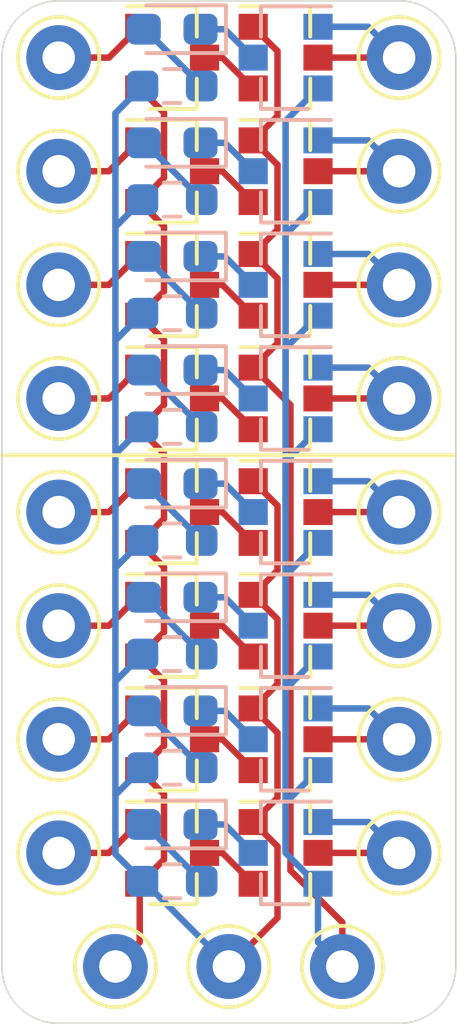
<source format=kicad_pcb>
(kicad_pcb (version 20171130) (host pcbnew "(5.1.9)-1")

  (general
    (thickness 1.6)
    (drawings 9)
    (tracks 180)
    (zones 0)
    (modules 59)
    (nets 44)
  )

  (page A4)
  (layers
    (0 F.Cu signal)
    (31 B.Cu signal hide)
    (32 B.Adhes user hide)
    (33 F.Adhes user)
    (34 B.Paste user hide)
    (35 F.Paste user)
    (36 B.SilkS user hide)
    (37 F.SilkS user)
    (38 B.Mask user hide)
    (39 F.Mask user)
    (40 Dwgs.User user)
    (41 Cmts.User user)
    (42 Eco1.User user)
    (43 Eco2.User user)
    (44 Edge.Cuts user)
    (45 Margin user)
    (46 B.CrtYd user hide)
    (47 F.CrtYd user)
    (48 B.Fab user hide)
    (49 F.Fab user hide)
  )

  (setup
    (last_trace_width 0.2)
    (trace_clearance 0.2)
    (zone_clearance 0.508)
    (zone_45_only no)
    (trace_min 0.2)
    (via_size 0.8)
    (via_drill 0.4)
    (via_min_size 0.4)
    (via_min_drill 0.3)
    (uvia_size 0.3)
    (uvia_drill 0.1)
    (uvias_allowed no)
    (uvia_min_size 0.2)
    (uvia_min_drill 0.1)
    (edge_width 0.05)
    (segment_width 0.2)
    (pcb_text_width 0.3)
    (pcb_text_size 1.5 1.5)
    (mod_edge_width 0.12)
    (mod_text_size 1 1)
    (mod_text_width 0.15)
    (pad_size 1.524 1.524)
    (pad_drill 0.762)
    (pad_to_mask_clearance 0)
    (aux_axis_origin 0 0)
    (grid_origin 0 0.875)
    (visible_elements 7FFFFFFF)
    (pcbplotparams
      (layerselection 0x010fc_ffffffff)
      (usegerberextensions true)
      (usegerberattributes true)
      (usegerberadvancedattributes true)
      (creategerberjobfile false)
      (excludeedgelayer true)
      (linewidth 0.100000)
      (plotframeref false)
      (viasonmask false)
      (mode 1)
      (useauxorigin false)
      (hpglpennumber 1)
      (hpglpenspeed 20)
      (hpglpendiameter 15.000000)
      (psnegative false)
      (psa4output false)
      (plotreference false)
      (plotvalue false)
      (plotinvisibletext false)
      (padsonsilk false)
      (subtractmaskfromsilk true)
      (outputformat 1)
      (mirror false)
      (drillshape 0)
      (scaleselection 1)
      (outputdirectory "gerbers/"))
  )

  (net 0 "")
  (net 1 "Net-(IN1-Pad1)")
  (net 2 "Net-(IN2-Pad1)")
  (net 3 "Net-(IN3-Pad1)")
  (net 4 /OE)
  (net 5 "Net-(Q1-Pad2)")
  (net 6 GND)
  (net 7 "Net-(Q3-Pad2)")
  (net 8 "Net-(IN7-Pad1)")
  (net 9 "Net-(IN8-Pad1)")
  (net 10 "Net-(IN9-Pad1)")
  (net 11 "Net-(IN10-Pad1)")
  (net 12 "Net-(Q11-Pad2)")
  (net 13 /OE2)
  (net 14 "Net-(IN0-Pad1)")
  (net 15 "Net-(Q0-Pad2)")
  (net 16 "Net-(Q2-Pad2)")
  (net 17 "Net-(Q12-Pad3)")
  (net 18 "Net-(Q13-Pad3)")
  (net 19 "Net-(Q10-Pad2)")
  (net 20 "Net-(D0-Pad2)")
  (net 21 "Net-(D0-Pad1)")
  (net 22 "Net-(D1-Pad2)")
  (net 23 "Net-(D1-Pad1)")
  (net 24 "Net-(D2-Pad2)")
  (net 25 "Net-(D2-Pad1)")
  (net 26 "Net-(D3-Pad2)")
  (net 27 "Net-(D3-Pad1)")
  (net 28 "Net-(D4-Pad2)")
  (net 29 "Net-(D4-Pad1)")
  (net 30 "Net-(D5-Pad2)")
  (net 31 "Net-(D5-Pad1)")
  (net 32 "Net-(D6-Pad2)")
  (net 33 "Net-(D6-Pad1)")
  (net 34 "Net-(D7-Pad2)")
  (net 35 "Net-(D7-Pad1)")
  (net 36 /OUT0)
  (net 37 /OUT1)
  (net 38 /OUT2)
  (net 39 /OUT3)
  (net 40 /OUT4)
  (net 41 /OUT5)
  (net 42 /OUT6)
  (net 43 /OUT7)

  (net_class Default "This is the default net class."
    (clearance 0.2)
    (trace_width 0.2)
    (via_dia 0.8)
    (via_drill 0.4)
    (uvia_dia 0.3)
    (uvia_drill 0.1)
    (add_net /OE)
    (add_net /OE2)
    (add_net /OUT0)
    (add_net /OUT1)
    (add_net /OUT2)
    (add_net /OUT3)
    (add_net /OUT4)
    (add_net /OUT5)
    (add_net /OUT6)
    (add_net /OUT7)
    (add_net GND)
    (add_net "Net-(D0-Pad1)")
    (add_net "Net-(D0-Pad2)")
    (add_net "Net-(D1-Pad1)")
    (add_net "Net-(D1-Pad2)")
    (add_net "Net-(D2-Pad1)")
    (add_net "Net-(D2-Pad2)")
    (add_net "Net-(D3-Pad1)")
    (add_net "Net-(D3-Pad2)")
    (add_net "Net-(D4-Pad1)")
    (add_net "Net-(D4-Pad2)")
    (add_net "Net-(D5-Pad1)")
    (add_net "Net-(D5-Pad2)")
    (add_net "Net-(D6-Pad1)")
    (add_net "Net-(D6-Pad2)")
    (add_net "Net-(D7-Pad1)")
    (add_net "Net-(D7-Pad2)")
    (add_net "Net-(IN0-Pad1)")
    (add_net "Net-(IN1-Pad1)")
    (add_net "Net-(IN10-Pad1)")
    (add_net "Net-(IN2-Pad1)")
    (add_net "Net-(IN3-Pad1)")
    (add_net "Net-(IN7-Pad1)")
    (add_net "Net-(IN8-Pad1)")
    (add_net "Net-(IN9-Pad1)")
    (add_net "Net-(Q0-Pad2)")
    (add_net "Net-(Q1-Pad2)")
    (add_net "Net-(Q10-Pad2)")
    (add_net "Net-(Q11-Pad2)")
    (add_net "Net-(Q12-Pad3)")
    (add_net "Net-(Q13-Pad3)")
    (add_net "Net-(Q2-Pad2)")
    (add_net "Net-(Q3-Pad2)")
  )

  (module Resistor_SMD:R_0603_1608Metric_Pad0.98x0.95mm_HandSolder (layer B.Cu) (tedit 5F68FEEE) (tstamp 63100349)
    (at 133 63.875)
    (descr "Resistor SMD 0603 (1608 Metric), square (rectangular) end terminal, IPC_7351 nominal with elongated pad for handsoldering. (Body size source: IPC-SM-782 page 72, https://www.pcb-3d.com/wordpress/wp-content/uploads/ipc-sm-782a_amendment_1_and_2.pdf), generated with kicad-footprint-generator")
    (tags "resistor handsolder")
    (path /64073744)
    (attr smd)
    (fp_text reference R7 (at 0 1.43) (layer B.Fab) hide
      (effects (font (size 1 1) (thickness 0.15)) (justify mirror))
    )
    (fp_text value R (at 0 -1.43) (layer B.Fab)
      (effects (font (size 1 1) (thickness 0.15)) (justify mirror))
    )
    (fp_line (start 1.65 -0.73) (end -1.65 -0.73) (layer B.CrtYd) (width 0.05))
    (fp_line (start 1.65 0.73) (end 1.65 -0.73) (layer B.CrtYd) (width 0.05))
    (fp_line (start -1.65 0.73) (end 1.65 0.73) (layer B.CrtYd) (width 0.05))
    (fp_line (start -1.65 -0.73) (end -1.65 0.73) (layer B.CrtYd) (width 0.05))
    (fp_line (start -0.254724 -0.5225) (end 0.254724 -0.5225) (layer B.SilkS) (width 0.12))
    (fp_line (start -0.254724 0.5225) (end 0.254724 0.5225) (layer B.SilkS) (width 0.12))
    (fp_line (start 0.8 -0.4125) (end -0.8 -0.4125) (layer B.Fab) (width 0.1))
    (fp_line (start 0.8 0.4125) (end 0.8 -0.4125) (layer B.Fab) (width 0.1))
    (fp_line (start -0.8 0.4125) (end 0.8 0.4125) (layer B.Fab) (width 0.1))
    (fp_line (start -0.8 -0.4125) (end -0.8 0.4125) (layer B.Fab) (width 0.1))
    (fp_text user %R (at 0 0) (layer B.Fab)
      (effects (font (size 0.4 0.4) (thickness 0.06)) (justify mirror))
    )
    (pad 2 smd roundrect (at 0.9125 0) (size 0.975 0.95) (layers B.Cu B.Paste B.Mask) (roundrect_rratio 0.25)
      (net 34 "Net-(D7-Pad2)"))
    (pad 1 smd roundrect (at -0.9125 0) (size 0.975 0.95) (layers B.Cu B.Paste B.Mask) (roundrect_rratio 0.25)
      (net 4 /OE))
    (model ${KISYS3DMOD}/Resistor_SMD.3dshapes/R_0603_1608Metric.wrl
      (at (xyz 0 0 0))
      (scale (xyz 1 1 1))
      (rotate (xyz 0 0 0))
    )
  )

  (module Resistor_SMD:R_0603_1608Metric_Pad0.98x0.95mm_HandSolder (layer B.Cu) (tedit 5F68FEEE) (tstamp 63100338)
    (at 133 67.375)
    (descr "Resistor SMD 0603 (1608 Metric), square (rectangular) end terminal, IPC_7351 nominal with elongated pad for handsoldering. (Body size source: IPC-SM-782 page 72, https://www.pcb-3d.com/wordpress/wp-content/uploads/ipc-sm-782a_amendment_1_and_2.pdf), generated with kicad-footprint-generator")
    (tags "resistor handsolder")
    (path /6407373A)
    (attr smd)
    (fp_text reference R6 (at 0 1.43) (layer B.Fab) hide
      (effects (font (size 1 1) (thickness 0.15)) (justify mirror))
    )
    (fp_text value R (at 0 -1.43) (layer B.Fab)
      (effects (font (size 1 1) (thickness 0.15)) (justify mirror))
    )
    (fp_line (start 1.65 -0.73) (end -1.65 -0.73) (layer B.CrtYd) (width 0.05))
    (fp_line (start 1.65 0.73) (end 1.65 -0.73) (layer B.CrtYd) (width 0.05))
    (fp_line (start -1.65 0.73) (end 1.65 0.73) (layer B.CrtYd) (width 0.05))
    (fp_line (start -1.65 -0.73) (end -1.65 0.73) (layer B.CrtYd) (width 0.05))
    (fp_line (start -0.254724 -0.5225) (end 0.254724 -0.5225) (layer B.SilkS) (width 0.12))
    (fp_line (start -0.254724 0.5225) (end 0.254724 0.5225) (layer B.SilkS) (width 0.12))
    (fp_line (start 0.8 -0.4125) (end -0.8 -0.4125) (layer B.Fab) (width 0.1))
    (fp_line (start 0.8 0.4125) (end 0.8 -0.4125) (layer B.Fab) (width 0.1))
    (fp_line (start -0.8 0.4125) (end 0.8 0.4125) (layer B.Fab) (width 0.1))
    (fp_line (start -0.8 -0.4125) (end -0.8 0.4125) (layer B.Fab) (width 0.1))
    (fp_text user %R (at 0 0) (layer B.Fab)
      (effects (font (size 0.4 0.4) (thickness 0.06)) (justify mirror))
    )
    (pad 2 smd roundrect (at 0.9125 0) (size 0.975 0.95) (layers B.Cu B.Paste B.Mask) (roundrect_rratio 0.25)
      (net 32 "Net-(D6-Pad2)"))
    (pad 1 smd roundrect (at -0.9125 0) (size 0.975 0.95) (layers B.Cu B.Paste B.Mask) (roundrect_rratio 0.25)
      (net 4 /OE))
    (model ${KISYS3DMOD}/Resistor_SMD.3dshapes/R_0603_1608Metric.wrl
      (at (xyz 0 0 0))
      (scale (xyz 1 1 1))
      (rotate (xyz 0 0 0))
    )
  )

  (module Resistor_SMD:R_0603_1608Metric_Pad0.98x0.95mm_HandSolder (layer B.Cu) (tedit 5F68FEEE) (tstamp 63100327)
    (at 133 70.875)
    (descr "Resistor SMD 0603 (1608 Metric), square (rectangular) end terminal, IPC_7351 nominal with elongated pad for handsoldering. (Body size source: IPC-SM-782 page 72, https://www.pcb-3d.com/wordpress/wp-content/uploads/ipc-sm-782a_amendment_1_and_2.pdf), generated with kicad-footprint-generator")
    (tags "resistor handsolder")
    (path /64073730)
    (attr smd)
    (fp_text reference R5 (at 0 1.43) (layer B.Fab) hide
      (effects (font (size 1 1) (thickness 0.15)) (justify mirror))
    )
    (fp_text value R (at 0 -1.43) (layer B.Fab)
      (effects (font (size 1 1) (thickness 0.15)) (justify mirror))
    )
    (fp_line (start 1.65 -0.73) (end -1.65 -0.73) (layer B.CrtYd) (width 0.05))
    (fp_line (start 1.65 0.73) (end 1.65 -0.73) (layer B.CrtYd) (width 0.05))
    (fp_line (start -1.65 0.73) (end 1.65 0.73) (layer B.CrtYd) (width 0.05))
    (fp_line (start -1.65 -0.73) (end -1.65 0.73) (layer B.CrtYd) (width 0.05))
    (fp_line (start -0.254724 -0.5225) (end 0.254724 -0.5225) (layer B.SilkS) (width 0.12))
    (fp_line (start -0.254724 0.5225) (end 0.254724 0.5225) (layer B.SilkS) (width 0.12))
    (fp_line (start 0.8 -0.4125) (end -0.8 -0.4125) (layer B.Fab) (width 0.1))
    (fp_line (start 0.8 0.4125) (end 0.8 -0.4125) (layer B.Fab) (width 0.1))
    (fp_line (start -0.8 0.4125) (end 0.8 0.4125) (layer B.Fab) (width 0.1))
    (fp_line (start -0.8 -0.4125) (end -0.8 0.4125) (layer B.Fab) (width 0.1))
    (fp_text user %R (at 0 0) (layer B.Fab)
      (effects (font (size 0.4 0.4) (thickness 0.06)) (justify mirror))
    )
    (pad 2 smd roundrect (at 0.9125 0) (size 0.975 0.95) (layers B.Cu B.Paste B.Mask) (roundrect_rratio 0.25)
      (net 30 "Net-(D5-Pad2)"))
    (pad 1 smd roundrect (at -0.9125 0) (size 0.975 0.95) (layers B.Cu B.Paste B.Mask) (roundrect_rratio 0.25)
      (net 4 /OE))
    (model ${KISYS3DMOD}/Resistor_SMD.3dshapes/R_0603_1608Metric.wrl
      (at (xyz 0 0 0))
      (scale (xyz 1 1 1))
      (rotate (xyz 0 0 0))
    )
  )

  (module Resistor_SMD:R_0603_1608Metric_Pad0.98x0.95mm_HandSolder (layer B.Cu) (tedit 5F68FEEE) (tstamp 63100316)
    (at 133 74.375)
    (descr "Resistor SMD 0603 (1608 Metric), square (rectangular) end terminal, IPC_7351 nominal with elongated pad for handsoldering. (Body size source: IPC-SM-782 page 72, https://www.pcb-3d.com/wordpress/wp-content/uploads/ipc-sm-782a_amendment_1_and_2.pdf), generated with kicad-footprint-generator")
    (tags "resistor handsolder")
    (path /64073726)
    (attr smd)
    (fp_text reference R4 (at 0 1.43) (layer B.Fab) hide
      (effects (font (size 1 1) (thickness 0.15)) (justify mirror))
    )
    (fp_text value R (at 0 -1.43) (layer B.Fab)
      (effects (font (size 1 1) (thickness 0.15)) (justify mirror))
    )
    (fp_line (start 1.65 -0.73) (end -1.65 -0.73) (layer B.CrtYd) (width 0.05))
    (fp_line (start 1.65 0.73) (end 1.65 -0.73) (layer B.CrtYd) (width 0.05))
    (fp_line (start -1.65 0.73) (end 1.65 0.73) (layer B.CrtYd) (width 0.05))
    (fp_line (start -1.65 -0.73) (end -1.65 0.73) (layer B.CrtYd) (width 0.05))
    (fp_line (start -0.254724 -0.5225) (end 0.254724 -0.5225) (layer B.SilkS) (width 0.12))
    (fp_line (start -0.254724 0.5225) (end 0.254724 0.5225) (layer B.SilkS) (width 0.12))
    (fp_line (start 0.8 -0.4125) (end -0.8 -0.4125) (layer B.Fab) (width 0.1))
    (fp_line (start 0.8 0.4125) (end 0.8 -0.4125) (layer B.Fab) (width 0.1))
    (fp_line (start -0.8 0.4125) (end 0.8 0.4125) (layer B.Fab) (width 0.1))
    (fp_line (start -0.8 -0.4125) (end -0.8 0.4125) (layer B.Fab) (width 0.1))
    (fp_text user %R (at 0 0) (layer B.Fab)
      (effects (font (size 0.4 0.4) (thickness 0.06)) (justify mirror))
    )
    (pad 2 smd roundrect (at 0.9125 0) (size 0.975 0.95) (layers B.Cu B.Paste B.Mask) (roundrect_rratio 0.25)
      (net 28 "Net-(D4-Pad2)"))
    (pad 1 smd roundrect (at -0.9125 0) (size 0.975 0.95) (layers B.Cu B.Paste B.Mask) (roundrect_rratio 0.25)
      (net 4 /OE))
    (model ${KISYS3DMOD}/Resistor_SMD.3dshapes/R_0603_1608Metric.wrl
      (at (xyz 0 0 0))
      (scale (xyz 1 1 1))
      (rotate (xyz 0 0 0))
    )
  )

  (module Resistor_SMD:R_0603_1608Metric_Pad0.98x0.95mm_HandSolder (layer B.Cu) (tedit 5F68FEEE) (tstamp 63100305)
    (at 133 77.875)
    (descr "Resistor SMD 0603 (1608 Metric), square (rectangular) end terminal, IPC_7351 nominal with elongated pad for handsoldering. (Body size source: IPC-SM-782 page 72, https://www.pcb-3d.com/wordpress/wp-content/uploads/ipc-sm-782a_amendment_1_and_2.pdf), generated with kicad-footprint-generator")
    (tags "resistor handsolder")
    (path /64072A5E)
    (attr smd)
    (fp_text reference R3 (at 0 1.43) (layer B.Fab) hide
      (effects (font (size 1 1) (thickness 0.15)) (justify mirror))
    )
    (fp_text value R (at 0 -1.43) (layer B.Fab)
      (effects (font (size 1 1) (thickness 0.15)) (justify mirror))
    )
    (fp_line (start 1.65 -0.73) (end -1.65 -0.73) (layer B.CrtYd) (width 0.05))
    (fp_line (start 1.65 0.73) (end 1.65 -0.73) (layer B.CrtYd) (width 0.05))
    (fp_line (start -1.65 0.73) (end 1.65 0.73) (layer B.CrtYd) (width 0.05))
    (fp_line (start -1.65 -0.73) (end -1.65 0.73) (layer B.CrtYd) (width 0.05))
    (fp_line (start -0.254724 -0.5225) (end 0.254724 -0.5225) (layer B.SilkS) (width 0.12))
    (fp_line (start -0.254724 0.5225) (end 0.254724 0.5225) (layer B.SilkS) (width 0.12))
    (fp_line (start 0.8 -0.4125) (end -0.8 -0.4125) (layer B.Fab) (width 0.1))
    (fp_line (start 0.8 0.4125) (end 0.8 -0.4125) (layer B.Fab) (width 0.1))
    (fp_line (start -0.8 0.4125) (end 0.8 0.4125) (layer B.Fab) (width 0.1))
    (fp_line (start -0.8 -0.4125) (end -0.8 0.4125) (layer B.Fab) (width 0.1))
    (fp_text user %R (at 0 0) (layer B.Fab)
      (effects (font (size 0.4 0.4) (thickness 0.06)) (justify mirror))
    )
    (pad 2 smd roundrect (at 0.9125 0) (size 0.975 0.95) (layers B.Cu B.Paste B.Mask) (roundrect_rratio 0.25)
      (net 26 "Net-(D3-Pad2)"))
    (pad 1 smd roundrect (at -0.9125 0) (size 0.975 0.95) (layers B.Cu B.Paste B.Mask) (roundrect_rratio 0.25)
      (net 4 /OE))
    (model ${KISYS3DMOD}/Resistor_SMD.3dshapes/R_0603_1608Metric.wrl
      (at (xyz 0 0 0))
      (scale (xyz 1 1 1))
      (rotate (xyz 0 0 0))
    )
  )

  (module Resistor_SMD:R_0603_1608Metric_Pad0.98x0.95mm_HandSolder (layer B.Cu) (tedit 5F68FEEE) (tstamp 631002F4)
    (at 133 81.375)
    (descr "Resistor SMD 0603 (1608 Metric), square (rectangular) end terminal, IPC_7351 nominal with elongated pad for handsoldering. (Body size source: IPC-SM-782 page 72, https://www.pcb-3d.com/wordpress/wp-content/uploads/ipc-sm-782a_amendment_1_and_2.pdf), generated with kicad-footprint-generator")
    (tags "resistor handsolder")
    (path /64072A54)
    (attr smd)
    (fp_text reference R2 (at 0 1.43) (layer B.Fab) hide
      (effects (font (size 1 1) (thickness 0.15)) (justify mirror))
    )
    (fp_text value R (at 0 -1.43) (layer B.Fab)
      (effects (font (size 1 1) (thickness 0.15)) (justify mirror))
    )
    (fp_line (start 1.65 -0.73) (end -1.65 -0.73) (layer B.CrtYd) (width 0.05))
    (fp_line (start 1.65 0.73) (end 1.65 -0.73) (layer B.CrtYd) (width 0.05))
    (fp_line (start -1.65 0.73) (end 1.65 0.73) (layer B.CrtYd) (width 0.05))
    (fp_line (start -1.65 -0.73) (end -1.65 0.73) (layer B.CrtYd) (width 0.05))
    (fp_line (start -0.254724 -0.5225) (end 0.254724 -0.5225) (layer B.SilkS) (width 0.12))
    (fp_line (start -0.254724 0.5225) (end 0.254724 0.5225) (layer B.SilkS) (width 0.12))
    (fp_line (start 0.8 -0.4125) (end -0.8 -0.4125) (layer B.Fab) (width 0.1))
    (fp_line (start 0.8 0.4125) (end 0.8 -0.4125) (layer B.Fab) (width 0.1))
    (fp_line (start -0.8 0.4125) (end 0.8 0.4125) (layer B.Fab) (width 0.1))
    (fp_line (start -0.8 -0.4125) (end -0.8 0.4125) (layer B.Fab) (width 0.1))
    (fp_text user %R (at 0 0) (layer B.Fab)
      (effects (font (size 0.4 0.4) (thickness 0.06)) (justify mirror))
    )
    (pad 2 smd roundrect (at 0.9125 0) (size 0.975 0.95) (layers B.Cu B.Paste B.Mask) (roundrect_rratio 0.25)
      (net 24 "Net-(D2-Pad2)"))
    (pad 1 smd roundrect (at -0.9125 0) (size 0.975 0.95) (layers B.Cu B.Paste B.Mask) (roundrect_rratio 0.25)
      (net 4 /OE))
    (model ${KISYS3DMOD}/Resistor_SMD.3dshapes/R_0603_1608Metric.wrl
      (at (xyz 0 0 0))
      (scale (xyz 1 1 1))
      (rotate (xyz 0 0 0))
    )
  )

  (module Resistor_SMD:R_0603_1608Metric_Pad0.98x0.95mm_HandSolder (layer B.Cu) (tedit 5F68FEEE) (tstamp 631002E3)
    (at 133 84.875)
    (descr "Resistor SMD 0603 (1608 Metric), square (rectangular) end terminal, IPC_7351 nominal with elongated pad for handsoldering. (Body size source: IPC-SM-782 page 72, https://www.pcb-3d.com/wordpress/wp-content/uploads/ipc-sm-782a_amendment_1_and_2.pdf), generated with kicad-footprint-generator")
    (tags "resistor handsolder")
    (path /6407258E)
    (attr smd)
    (fp_text reference R1 (at 0 1.43) (layer B.Fab) hide
      (effects (font (size 1 1) (thickness 0.15)) (justify mirror))
    )
    (fp_text value R (at 0 -1.43) (layer B.Fab)
      (effects (font (size 1 1) (thickness 0.15)) (justify mirror))
    )
    (fp_line (start 1.65 -0.73) (end -1.65 -0.73) (layer B.CrtYd) (width 0.05))
    (fp_line (start 1.65 0.73) (end 1.65 -0.73) (layer B.CrtYd) (width 0.05))
    (fp_line (start -1.65 0.73) (end 1.65 0.73) (layer B.CrtYd) (width 0.05))
    (fp_line (start -1.65 -0.73) (end -1.65 0.73) (layer B.CrtYd) (width 0.05))
    (fp_line (start -0.254724 -0.5225) (end 0.254724 -0.5225) (layer B.SilkS) (width 0.12))
    (fp_line (start -0.254724 0.5225) (end 0.254724 0.5225) (layer B.SilkS) (width 0.12))
    (fp_line (start 0.8 -0.4125) (end -0.8 -0.4125) (layer B.Fab) (width 0.1))
    (fp_line (start 0.8 0.4125) (end 0.8 -0.4125) (layer B.Fab) (width 0.1))
    (fp_line (start -0.8 0.4125) (end 0.8 0.4125) (layer B.Fab) (width 0.1))
    (fp_line (start -0.8 -0.4125) (end -0.8 0.4125) (layer B.Fab) (width 0.1))
    (fp_text user %R (at 0 0) (layer B.Fab)
      (effects (font (size 0.4 0.4) (thickness 0.06)) (justify mirror))
    )
    (pad 2 smd roundrect (at 0.9125 0) (size 0.975 0.95) (layers B.Cu B.Paste B.Mask) (roundrect_rratio 0.25)
      (net 22 "Net-(D1-Pad2)"))
    (pad 1 smd roundrect (at -0.9125 0) (size 0.975 0.95) (layers B.Cu B.Paste B.Mask) (roundrect_rratio 0.25)
      (net 4 /OE))
    (model ${KISYS3DMOD}/Resistor_SMD.3dshapes/R_0603_1608Metric.wrl
      (at (xyz 0 0 0))
      (scale (xyz 1 1 1))
      (rotate (xyz 0 0 0))
    )
  )

  (module Resistor_SMD:R_0603_1608Metric_Pad0.98x0.95mm_HandSolder (layer B.Cu) (tedit 5F68FEEE) (tstamp 631002D2)
    (at 133 88.375)
    (descr "Resistor SMD 0603 (1608 Metric), square (rectangular) end terminal, IPC_7351 nominal with elongated pad for handsoldering. (Body size source: IPC-SM-782 page 72, https://www.pcb-3d.com/wordpress/wp-content/uploads/ipc-sm-782a_amendment_1_and_2.pdf), generated with kicad-footprint-generator")
    (tags "resistor handsolder")
    (path /64070768)
    (attr smd)
    (fp_text reference R0 (at 0 1.43) (layer B.Fab) hide
      (effects (font (size 1 1) (thickness 0.15)) (justify mirror))
    )
    (fp_text value R (at 0 -1.43) (layer B.Fab)
      (effects (font (size 1 1) (thickness 0.15)) (justify mirror))
    )
    (fp_line (start 1.65 -0.73) (end -1.65 -0.73) (layer B.CrtYd) (width 0.05))
    (fp_line (start 1.65 0.73) (end 1.65 -0.73) (layer B.CrtYd) (width 0.05))
    (fp_line (start -1.65 0.73) (end 1.65 0.73) (layer B.CrtYd) (width 0.05))
    (fp_line (start -1.65 -0.73) (end -1.65 0.73) (layer B.CrtYd) (width 0.05))
    (fp_line (start -0.254724 -0.5225) (end 0.254724 -0.5225) (layer B.SilkS) (width 0.12))
    (fp_line (start -0.254724 0.5225) (end 0.254724 0.5225) (layer B.SilkS) (width 0.12))
    (fp_line (start 0.8 -0.4125) (end -0.8 -0.4125) (layer B.Fab) (width 0.1))
    (fp_line (start 0.8 0.4125) (end 0.8 -0.4125) (layer B.Fab) (width 0.1))
    (fp_line (start -0.8 0.4125) (end 0.8 0.4125) (layer B.Fab) (width 0.1))
    (fp_line (start -0.8 -0.4125) (end -0.8 0.4125) (layer B.Fab) (width 0.1))
    (fp_text user %R (at 0 0) (layer B.Fab)
      (effects (font (size 0.4 0.4) (thickness 0.06)) (justify mirror))
    )
    (pad 2 smd roundrect (at 0.9125 0) (size 0.975 0.95) (layers B.Cu B.Paste B.Mask) (roundrect_rratio 0.25)
      (net 20 "Net-(D0-Pad2)"))
    (pad 1 smd roundrect (at -0.9125 0) (size 0.975 0.95) (layers B.Cu B.Paste B.Mask) (roundrect_rratio 0.25)
      (net 4 /OE))
    (model ${KISYS3DMOD}/Resistor_SMD.3dshapes/R_0603_1608Metric.wrl
      (at (xyz 0 0 0))
      (scale (xyz 1 1 1))
      (rotate (xyz 0 0 0))
    )
  )

  (module Connector_Pin:Pin_D1.0mm_L10.0mm (layer F.Cu) (tedit 5A1DC084) (tstamp 630772C0)
    (at 140 80.5)
    (descr "solder Pin_ diameter 1.0mm, hole diameter 1.0mm (press fit), length 10.0mm")
    (tags "solder Pin_ press fit")
    (path /636DCE7D)
    (fp_text reference OUT2 (at 0 2.25) (layer F.Fab) hide
      (effects (font (size 1 1) (thickness 0.15)))
    )
    (fp_text value " " (at 0 -2.05) (layer F.Fab) hide
      (effects (font (size 1 1) (thickness 0.15)))
    )
    (fp_circle (center 0 0) (end 1.5 0) (layer F.CrtYd) (width 0.05))
    (fp_circle (center 0 0) (end 0.5 0) (layer F.Fab) (width 0.12))
    (fp_circle (center 0 0) (end 1 0) (layer F.Fab) (width 0.12))
    (fp_circle (center 0 0) (end 1.25 0.05) (layer F.SilkS) (width 0.12))
    (fp_text user %R (at 0 2.25) (layer F.Fab) hide
      (effects (font (size 1 1) (thickness 0.15)))
    )
    (pad 1 thru_hole circle (at 0 0) (size 2 2) (drill 1) (layers *.Cu *.Mask)
      (net 38 /OUT2))
    (model ${KISYS3DMOD}/Connector_Pin.3dshapes/Pin_D1.0mm_L10.0mm.wrl
      (at (xyz 0 0 0))
      (scale (xyz 1 1 1))
      (rotate (xyz 0 0 0))
    )
  )

  (module Package_TO_SOT_SMD:SOT-23 (layer B.Cu) (tedit 5A02FF57) (tstamp 630FC82E)
    (at 136.5 63 180)
    (descr "SOT-23, Standard")
    (tags SOT-23)
    (path /63FA948E)
    (attr smd)
    (fp_text reference Q23 (at 0 2.5) (layer B.Fab) hide
      (effects (font (size 1 1) (thickness 0.15)) (justify mirror))
    )
    (fp_text value 2N7002 (at 0 -2.5) (layer B.Fab)
      (effects (font (size 1 1) (thickness 0.15)) (justify mirror))
    )
    (fp_line (start 0.76 -1.58) (end -0.7 -1.58) (layer B.SilkS) (width 0.12))
    (fp_line (start 0.76 1.58) (end -1.4 1.58) (layer B.SilkS) (width 0.12))
    (fp_line (start -1.7 -1.75) (end -1.7 1.75) (layer B.CrtYd) (width 0.05))
    (fp_line (start 1.7 -1.75) (end -1.7 -1.75) (layer B.CrtYd) (width 0.05))
    (fp_line (start 1.7 1.75) (end 1.7 -1.75) (layer B.CrtYd) (width 0.05))
    (fp_line (start -1.7 1.75) (end 1.7 1.75) (layer B.CrtYd) (width 0.05))
    (fp_line (start 0.76 1.58) (end 0.76 0.65) (layer B.SilkS) (width 0.12))
    (fp_line (start 0.76 -1.58) (end 0.76 -0.65) (layer B.SilkS) (width 0.12))
    (fp_line (start -0.7 -1.52) (end 0.7 -1.52) (layer B.Fab) (width 0.1))
    (fp_line (start 0.7 1.52) (end 0.7 -1.52) (layer B.Fab) (width 0.1))
    (fp_line (start -0.7 0.95) (end -0.15 1.52) (layer B.Fab) (width 0.1))
    (fp_line (start -0.15 1.52) (end 0.7 1.52) (layer B.Fab) (width 0.1))
    (fp_line (start -0.7 0.95) (end -0.7 -1.5) (layer B.Fab) (width 0.1))
    (fp_text user %R (at 0 0 270) (layer B.Fab)
      (effects (font (size 0.5 0.5) (thickness 0.075)) (justify mirror))
    )
    (pad 3 smd rect (at 1 0 180) (size 0.9 0.8) (layers B.Cu B.Paste B.Mask)
      (net 35 "Net-(D7-Pad1)"))
    (pad 2 smd rect (at -1 -0.95 180) (size 0.9 0.8) (layers B.Cu B.Paste B.Mask)
      (net 13 /OE2))
    (pad 1 smd rect (at -1 0.95 180) (size 0.9 0.8) (layers B.Cu B.Paste B.Mask)
      (net 43 /OUT7))
    (model ${KISYS3DMOD}/Package_TO_SOT_SMD.3dshapes/SOT-23.wrl
      (at (xyz 0 0 0))
      (scale (xyz 1 1 1))
      (rotate (xyz 0 0 0))
    )
  )

  (module Package_TO_SOT_SMD:SOT-23 (layer B.Cu) (tedit 5A02FF57) (tstamp 630FC819)
    (at 136.5 66.5 180)
    (descr "SOT-23, Standard")
    (tags SOT-23)
    (path /63FA9465)
    (attr smd)
    (fp_text reference Q22 (at 0 2.5) (layer B.Fab) hide
      (effects (font (size 1 1) (thickness 0.15)) (justify mirror))
    )
    (fp_text value 2N7002 (at 0 -2.5) (layer B.Fab)
      (effects (font (size 1 1) (thickness 0.15)) (justify mirror))
    )
    (fp_line (start 0.76 -1.58) (end -0.7 -1.58) (layer B.SilkS) (width 0.12))
    (fp_line (start 0.76 1.58) (end -1.4 1.58) (layer B.SilkS) (width 0.12))
    (fp_line (start -1.7 -1.75) (end -1.7 1.75) (layer B.CrtYd) (width 0.05))
    (fp_line (start 1.7 -1.75) (end -1.7 -1.75) (layer B.CrtYd) (width 0.05))
    (fp_line (start 1.7 1.75) (end 1.7 -1.75) (layer B.CrtYd) (width 0.05))
    (fp_line (start -1.7 1.75) (end 1.7 1.75) (layer B.CrtYd) (width 0.05))
    (fp_line (start 0.76 1.58) (end 0.76 0.65) (layer B.SilkS) (width 0.12))
    (fp_line (start 0.76 -1.58) (end 0.76 -0.65) (layer B.SilkS) (width 0.12))
    (fp_line (start -0.7 -1.52) (end 0.7 -1.52) (layer B.Fab) (width 0.1))
    (fp_line (start 0.7 1.52) (end 0.7 -1.52) (layer B.Fab) (width 0.1))
    (fp_line (start -0.7 0.95) (end -0.15 1.52) (layer B.Fab) (width 0.1))
    (fp_line (start -0.15 1.52) (end 0.7 1.52) (layer B.Fab) (width 0.1))
    (fp_line (start -0.7 0.95) (end -0.7 -1.5) (layer B.Fab) (width 0.1))
    (fp_text user %R (at 0 0 270) (layer B.Fab)
      (effects (font (size 0.5 0.5) (thickness 0.075)) (justify mirror))
    )
    (pad 3 smd rect (at 1 0 180) (size 0.9 0.8) (layers B.Cu B.Paste B.Mask)
      (net 33 "Net-(D6-Pad1)"))
    (pad 2 smd rect (at -1 -0.95 180) (size 0.9 0.8) (layers B.Cu B.Paste B.Mask)
      (net 13 /OE2))
    (pad 1 smd rect (at -1 0.95 180) (size 0.9 0.8) (layers B.Cu B.Paste B.Mask)
      (net 42 /OUT6))
    (model ${KISYS3DMOD}/Package_TO_SOT_SMD.3dshapes/SOT-23.wrl
      (at (xyz 0 0 0))
      (scale (xyz 1 1 1))
      (rotate (xyz 0 0 0))
    )
  )

  (module Package_TO_SOT_SMD:SOT-23 (layer B.Cu) (tedit 5A02FF57) (tstamp 630FC804)
    (at 136.5 70 180)
    (descr "SOT-23, Standard")
    (tags SOT-23)
    (path /63FA943C)
    (attr smd)
    (fp_text reference Q21 (at 0 2.5) (layer B.Fab) hide
      (effects (font (size 1 1) (thickness 0.15)) (justify mirror))
    )
    (fp_text value 2N7002 (at 0 -2.5) (layer B.Fab)
      (effects (font (size 1 1) (thickness 0.15)) (justify mirror))
    )
    (fp_line (start 0.76 -1.58) (end -0.7 -1.58) (layer B.SilkS) (width 0.12))
    (fp_line (start 0.76 1.58) (end -1.4 1.58) (layer B.SilkS) (width 0.12))
    (fp_line (start -1.7 -1.75) (end -1.7 1.75) (layer B.CrtYd) (width 0.05))
    (fp_line (start 1.7 -1.75) (end -1.7 -1.75) (layer B.CrtYd) (width 0.05))
    (fp_line (start 1.7 1.75) (end 1.7 -1.75) (layer B.CrtYd) (width 0.05))
    (fp_line (start -1.7 1.75) (end 1.7 1.75) (layer B.CrtYd) (width 0.05))
    (fp_line (start 0.76 1.58) (end 0.76 0.65) (layer B.SilkS) (width 0.12))
    (fp_line (start 0.76 -1.58) (end 0.76 -0.65) (layer B.SilkS) (width 0.12))
    (fp_line (start -0.7 -1.52) (end 0.7 -1.52) (layer B.Fab) (width 0.1))
    (fp_line (start 0.7 1.52) (end 0.7 -1.52) (layer B.Fab) (width 0.1))
    (fp_line (start -0.7 0.95) (end -0.15 1.52) (layer B.Fab) (width 0.1))
    (fp_line (start -0.15 1.52) (end 0.7 1.52) (layer B.Fab) (width 0.1))
    (fp_line (start -0.7 0.95) (end -0.7 -1.5) (layer B.Fab) (width 0.1))
    (fp_text user %R (at 0 0 270) (layer B.Fab)
      (effects (font (size 0.5 0.5) (thickness 0.075)) (justify mirror))
    )
    (pad 3 smd rect (at 1 0 180) (size 0.9 0.8) (layers B.Cu B.Paste B.Mask)
      (net 31 "Net-(D5-Pad1)"))
    (pad 2 smd rect (at -1 -0.95 180) (size 0.9 0.8) (layers B.Cu B.Paste B.Mask)
      (net 13 /OE2))
    (pad 1 smd rect (at -1 0.95 180) (size 0.9 0.8) (layers B.Cu B.Paste B.Mask)
      (net 41 /OUT5))
    (model ${KISYS3DMOD}/Package_TO_SOT_SMD.3dshapes/SOT-23.wrl
      (at (xyz 0 0 0))
      (scale (xyz 1 1 1))
      (rotate (xyz 0 0 0))
    )
  )

  (module Package_TO_SOT_SMD:SOT-23 (layer B.Cu) (tedit 5A02FF57) (tstamp 630FC7EF)
    (at 136.5 73.5 180)
    (descr "SOT-23, Standard")
    (tags SOT-23)
    (path /63FA9413)
    (attr smd)
    (fp_text reference Q20 (at 0 2.5) (layer B.Fab) hide
      (effects (font (size 1 1) (thickness 0.15)) (justify mirror))
    )
    (fp_text value 2N7002 (at 0 -2.5) (layer B.Fab)
      (effects (font (size 1 1) (thickness 0.15)) (justify mirror))
    )
    (fp_line (start 0.76 -1.58) (end -0.7 -1.58) (layer B.SilkS) (width 0.12))
    (fp_line (start 0.76 1.58) (end -1.4 1.58) (layer B.SilkS) (width 0.12))
    (fp_line (start -1.7 -1.75) (end -1.7 1.75) (layer B.CrtYd) (width 0.05))
    (fp_line (start 1.7 -1.75) (end -1.7 -1.75) (layer B.CrtYd) (width 0.05))
    (fp_line (start 1.7 1.75) (end 1.7 -1.75) (layer B.CrtYd) (width 0.05))
    (fp_line (start -1.7 1.75) (end 1.7 1.75) (layer B.CrtYd) (width 0.05))
    (fp_line (start 0.76 1.58) (end 0.76 0.65) (layer B.SilkS) (width 0.12))
    (fp_line (start 0.76 -1.58) (end 0.76 -0.65) (layer B.SilkS) (width 0.12))
    (fp_line (start -0.7 -1.52) (end 0.7 -1.52) (layer B.Fab) (width 0.1))
    (fp_line (start 0.7 1.52) (end 0.7 -1.52) (layer B.Fab) (width 0.1))
    (fp_line (start -0.7 0.95) (end -0.15 1.52) (layer B.Fab) (width 0.1))
    (fp_line (start -0.15 1.52) (end 0.7 1.52) (layer B.Fab) (width 0.1))
    (fp_line (start -0.7 0.95) (end -0.7 -1.5) (layer B.Fab) (width 0.1))
    (fp_text user %R (at 0 0 270) (layer B.Fab)
      (effects (font (size 0.5 0.5) (thickness 0.075)) (justify mirror))
    )
    (pad 3 smd rect (at 1 0 180) (size 0.9 0.8) (layers B.Cu B.Paste B.Mask)
      (net 29 "Net-(D4-Pad1)"))
    (pad 2 smd rect (at -1 -0.95 180) (size 0.9 0.8) (layers B.Cu B.Paste B.Mask)
      (net 13 /OE2))
    (pad 1 smd rect (at -1 0.95 180) (size 0.9 0.8) (layers B.Cu B.Paste B.Mask)
      (net 40 /OUT4))
    (model ${KISYS3DMOD}/Package_TO_SOT_SMD.3dshapes/SOT-23.wrl
      (at (xyz 0 0 0))
      (scale (xyz 1 1 1))
      (rotate (xyz 0 0 0))
    )
  )

  (module Package_TO_SOT_SMD:SOT-23 (layer B.Cu) (tedit 5A02FF57) (tstamp 630FC7DA)
    (at 136.5 77 180)
    (descr "SOT-23, Standard")
    (tags SOT-23)
    (path /63FA4B1E)
    (attr smd)
    (fp_text reference Q19 (at 0 2.5) (layer B.Fab) hide
      (effects (font (size 1 1) (thickness 0.15)) (justify mirror))
    )
    (fp_text value 2N7002 (at 0 -2.5) (layer B.Fab)
      (effects (font (size 1 1) (thickness 0.15)) (justify mirror))
    )
    (fp_line (start 0.76 -1.58) (end -0.7 -1.58) (layer B.SilkS) (width 0.12))
    (fp_line (start 0.76 1.58) (end -1.4 1.58) (layer B.SilkS) (width 0.12))
    (fp_line (start -1.7 -1.75) (end -1.7 1.75) (layer B.CrtYd) (width 0.05))
    (fp_line (start 1.7 -1.75) (end -1.7 -1.75) (layer B.CrtYd) (width 0.05))
    (fp_line (start 1.7 1.75) (end 1.7 -1.75) (layer B.CrtYd) (width 0.05))
    (fp_line (start -1.7 1.75) (end 1.7 1.75) (layer B.CrtYd) (width 0.05))
    (fp_line (start 0.76 1.58) (end 0.76 0.65) (layer B.SilkS) (width 0.12))
    (fp_line (start 0.76 -1.58) (end 0.76 -0.65) (layer B.SilkS) (width 0.12))
    (fp_line (start -0.7 -1.52) (end 0.7 -1.52) (layer B.Fab) (width 0.1))
    (fp_line (start 0.7 1.52) (end 0.7 -1.52) (layer B.Fab) (width 0.1))
    (fp_line (start -0.7 0.95) (end -0.15 1.52) (layer B.Fab) (width 0.1))
    (fp_line (start -0.15 1.52) (end 0.7 1.52) (layer B.Fab) (width 0.1))
    (fp_line (start -0.7 0.95) (end -0.7 -1.5) (layer B.Fab) (width 0.1))
    (fp_text user %R (at 0 0 270) (layer B.Fab)
      (effects (font (size 0.5 0.5) (thickness 0.075)) (justify mirror))
    )
    (pad 3 smd rect (at 1 0 180) (size 0.9 0.8) (layers B.Cu B.Paste B.Mask)
      (net 27 "Net-(D3-Pad1)"))
    (pad 2 smd rect (at -1 -0.95 180) (size 0.9 0.8) (layers B.Cu B.Paste B.Mask)
      (net 13 /OE2))
    (pad 1 smd rect (at -1 0.95 180) (size 0.9 0.8) (layers B.Cu B.Paste B.Mask)
      (net 39 /OUT3))
    (model ${KISYS3DMOD}/Package_TO_SOT_SMD.3dshapes/SOT-23.wrl
      (at (xyz 0 0 0))
      (scale (xyz 1 1 1))
      (rotate (xyz 0 0 0))
    )
  )

  (module Package_TO_SOT_SMD:SOT-23 (layer B.Cu) (tedit 5A02FF57) (tstamp 630FC7C5)
    (at 136.5 80.5 180)
    (descr "SOT-23, Standard")
    (tags SOT-23)
    (path /63FA4AF5)
    (attr smd)
    (fp_text reference Q18 (at 0 2.5) (layer B.Fab) hide
      (effects (font (size 1 1) (thickness 0.15)) (justify mirror))
    )
    (fp_text value 2N7002 (at 0 -2.5) (layer B.Fab)
      (effects (font (size 1 1) (thickness 0.15)) (justify mirror))
    )
    (fp_line (start 0.76 -1.58) (end -0.7 -1.58) (layer B.SilkS) (width 0.12))
    (fp_line (start 0.76 1.58) (end -1.4 1.58) (layer B.SilkS) (width 0.12))
    (fp_line (start -1.7 -1.75) (end -1.7 1.75) (layer B.CrtYd) (width 0.05))
    (fp_line (start 1.7 -1.75) (end -1.7 -1.75) (layer B.CrtYd) (width 0.05))
    (fp_line (start 1.7 1.75) (end 1.7 -1.75) (layer B.CrtYd) (width 0.05))
    (fp_line (start -1.7 1.75) (end 1.7 1.75) (layer B.CrtYd) (width 0.05))
    (fp_line (start 0.76 1.58) (end 0.76 0.65) (layer B.SilkS) (width 0.12))
    (fp_line (start 0.76 -1.58) (end 0.76 -0.65) (layer B.SilkS) (width 0.12))
    (fp_line (start -0.7 -1.52) (end 0.7 -1.52) (layer B.Fab) (width 0.1))
    (fp_line (start 0.7 1.52) (end 0.7 -1.52) (layer B.Fab) (width 0.1))
    (fp_line (start -0.7 0.95) (end -0.15 1.52) (layer B.Fab) (width 0.1))
    (fp_line (start -0.15 1.52) (end 0.7 1.52) (layer B.Fab) (width 0.1))
    (fp_line (start -0.7 0.95) (end -0.7 -1.5) (layer B.Fab) (width 0.1))
    (fp_text user %R (at 0 0 270) (layer B.Fab)
      (effects (font (size 0.5 0.5) (thickness 0.075)) (justify mirror))
    )
    (pad 3 smd rect (at 1 0 180) (size 0.9 0.8) (layers B.Cu B.Paste B.Mask)
      (net 25 "Net-(D2-Pad1)"))
    (pad 2 smd rect (at -1 -0.95 180) (size 0.9 0.8) (layers B.Cu B.Paste B.Mask)
      (net 13 /OE2))
    (pad 1 smd rect (at -1 0.95 180) (size 0.9 0.8) (layers B.Cu B.Paste B.Mask)
      (net 38 /OUT2))
    (model ${KISYS3DMOD}/Package_TO_SOT_SMD.3dshapes/SOT-23.wrl
      (at (xyz 0 0 0))
      (scale (xyz 1 1 1))
      (rotate (xyz 0 0 0))
    )
  )

  (module Package_TO_SOT_SMD:SOT-23 (layer B.Cu) (tedit 5A02FF57) (tstamp 630FC7B0)
    (at 136.5 84 180)
    (descr "SOT-23, Standard")
    (tags SOT-23)
    (path /63FA2EEE)
    (attr smd)
    (fp_text reference Q17 (at 0 2.5) (layer B.Fab) hide
      (effects (font (size 1 1) (thickness 0.15)) (justify mirror))
    )
    (fp_text value 2N7002 (at 0 -2.5) (layer B.Fab)
      (effects (font (size 1 1) (thickness 0.15)) (justify mirror))
    )
    (fp_line (start 0.76 -1.58) (end -0.7 -1.58) (layer B.SilkS) (width 0.12))
    (fp_line (start 0.76 1.58) (end -1.4 1.58) (layer B.SilkS) (width 0.12))
    (fp_line (start -1.7 -1.75) (end -1.7 1.75) (layer B.CrtYd) (width 0.05))
    (fp_line (start 1.7 -1.75) (end -1.7 -1.75) (layer B.CrtYd) (width 0.05))
    (fp_line (start 1.7 1.75) (end 1.7 -1.75) (layer B.CrtYd) (width 0.05))
    (fp_line (start -1.7 1.75) (end 1.7 1.75) (layer B.CrtYd) (width 0.05))
    (fp_line (start 0.76 1.58) (end 0.76 0.65) (layer B.SilkS) (width 0.12))
    (fp_line (start 0.76 -1.58) (end 0.76 -0.65) (layer B.SilkS) (width 0.12))
    (fp_line (start -0.7 -1.52) (end 0.7 -1.52) (layer B.Fab) (width 0.1))
    (fp_line (start 0.7 1.52) (end 0.7 -1.52) (layer B.Fab) (width 0.1))
    (fp_line (start -0.7 0.95) (end -0.15 1.52) (layer B.Fab) (width 0.1))
    (fp_line (start -0.15 1.52) (end 0.7 1.52) (layer B.Fab) (width 0.1))
    (fp_line (start -0.7 0.95) (end -0.7 -1.5) (layer B.Fab) (width 0.1))
    (fp_text user %R (at 0 0 270) (layer B.Fab)
      (effects (font (size 0.5 0.5) (thickness 0.075)) (justify mirror))
    )
    (pad 3 smd rect (at 1 0 180) (size 0.9 0.8) (layers B.Cu B.Paste B.Mask)
      (net 23 "Net-(D1-Pad1)"))
    (pad 2 smd rect (at -1 -0.95 180) (size 0.9 0.8) (layers B.Cu B.Paste B.Mask)
      (net 13 /OE2))
    (pad 1 smd rect (at -1 0.95 180) (size 0.9 0.8) (layers B.Cu B.Paste B.Mask)
      (net 37 /OUT1))
    (model ${KISYS3DMOD}/Package_TO_SOT_SMD.3dshapes/SOT-23.wrl
      (at (xyz 0 0 0))
      (scale (xyz 1 1 1))
      (rotate (xyz 0 0 0))
    )
  )

  (module Package_TO_SOT_SMD:SOT-23 (layer B.Cu) (tedit 5A02FF57) (tstamp 630FC79B)
    (at 136.5 87.5 180)
    (descr "SOT-23, Standard")
    (tags SOT-23)
    (path /63F969EE)
    (attr smd)
    (fp_text reference Q16 (at 0 2.5) (layer B.Fab) hide
      (effects (font (size 1 1) (thickness 0.15)) (justify mirror))
    )
    (fp_text value 2N7002 (at 0 -2.5) (layer B.Fab)
      (effects (font (size 1 1) (thickness 0.15)) (justify mirror))
    )
    (fp_line (start 0.76 -1.58) (end -0.7 -1.58) (layer B.SilkS) (width 0.12))
    (fp_line (start 0.76 1.58) (end -1.4 1.58) (layer B.SilkS) (width 0.12))
    (fp_line (start -1.7 -1.75) (end -1.7 1.75) (layer B.CrtYd) (width 0.05))
    (fp_line (start 1.7 -1.75) (end -1.7 -1.75) (layer B.CrtYd) (width 0.05))
    (fp_line (start 1.7 1.75) (end 1.7 -1.75) (layer B.CrtYd) (width 0.05))
    (fp_line (start -1.7 1.75) (end 1.7 1.75) (layer B.CrtYd) (width 0.05))
    (fp_line (start 0.76 1.58) (end 0.76 0.65) (layer B.SilkS) (width 0.12))
    (fp_line (start 0.76 -1.58) (end 0.76 -0.65) (layer B.SilkS) (width 0.12))
    (fp_line (start -0.7 -1.52) (end 0.7 -1.52) (layer B.Fab) (width 0.1))
    (fp_line (start 0.7 1.52) (end 0.7 -1.52) (layer B.Fab) (width 0.1))
    (fp_line (start -0.7 0.95) (end -0.15 1.52) (layer B.Fab) (width 0.1))
    (fp_line (start -0.15 1.52) (end 0.7 1.52) (layer B.Fab) (width 0.1))
    (fp_line (start -0.7 0.95) (end -0.7 -1.5) (layer B.Fab) (width 0.1))
    (fp_text user %R (at 0 0 270) (layer B.Fab)
      (effects (font (size 0.5 0.5) (thickness 0.075)) (justify mirror))
    )
    (pad 3 smd rect (at 1 0 180) (size 0.9 0.8) (layers B.Cu B.Paste B.Mask)
      (net 21 "Net-(D0-Pad1)"))
    (pad 2 smd rect (at -1 -0.95 180) (size 0.9 0.8) (layers B.Cu B.Paste B.Mask)
      (net 13 /OE2))
    (pad 1 smd rect (at -1 0.95 180) (size 0.9 0.8) (layers B.Cu B.Paste B.Mask)
      (net 36 /OUT0))
    (model ${KISYS3DMOD}/Package_TO_SOT_SMD.3dshapes/SOT-23.wrl
      (at (xyz 0 0 0))
      (scale (xyz 1 1 1))
      (rotate (xyz 0 0 0))
    )
  )

  (module LED_SMD:LED_0603_1608Metric_Pad1.05x0.95mm_HandSolder (layer B.Cu) (tedit 5F68FEF1) (tstamp 630FC3B0)
    (at 133 62.125 180)
    (descr "LED SMD 0603 (1608 Metric), square (rectangular) end terminal, IPC_7351 nominal, (Body size source: http://www.tortai-tech.com/upload/download/2011102023233369053.pdf), generated with kicad-footprint-generator")
    (tags "LED handsolder")
    (path /63FA94A2)
    (attr smd)
    (fp_text reference D7 (at 0 1.43) (layer B.Fab) hide
      (effects (font (size 1 1) (thickness 0.15)) (justify mirror))
    )
    (fp_text value LED (at 0 -1.43) (layer B.Fab)
      (effects (font (size 1 1) (thickness 0.15)) (justify mirror))
    )
    (fp_line (start 1.65 -0.73) (end -1.65 -0.73) (layer B.CrtYd) (width 0.05))
    (fp_line (start 1.65 0.73) (end 1.65 -0.73) (layer B.CrtYd) (width 0.05))
    (fp_line (start -1.65 0.73) (end 1.65 0.73) (layer B.CrtYd) (width 0.05))
    (fp_line (start -1.65 -0.73) (end -1.65 0.73) (layer B.CrtYd) (width 0.05))
    (fp_line (start -1.66 -0.735) (end 0.8 -0.735) (layer B.SilkS) (width 0.12))
    (fp_line (start -1.66 0.735) (end -1.66 -0.735) (layer B.SilkS) (width 0.12))
    (fp_line (start 0.8 0.735) (end -1.66 0.735) (layer B.SilkS) (width 0.12))
    (fp_line (start 0.8 -0.4) (end 0.8 0.4) (layer B.Fab) (width 0.1))
    (fp_line (start -0.8 -0.4) (end 0.8 -0.4) (layer B.Fab) (width 0.1))
    (fp_line (start -0.8 0.1) (end -0.8 -0.4) (layer B.Fab) (width 0.1))
    (fp_line (start -0.5 0.4) (end -0.8 0.1) (layer B.Fab) (width 0.1))
    (fp_line (start 0.8 0.4) (end -0.5 0.4) (layer B.Fab) (width 0.1))
    (fp_text user %R (at 0 0) (layer B.Fab)
      (effects (font (size 0.4 0.4) (thickness 0.06)) (justify mirror))
    )
    (pad 2 smd roundrect (at 0.875 0 180) (size 1.05 0.95) (layers B.Cu B.Paste B.Mask) (roundrect_rratio 0.25)
      (net 34 "Net-(D7-Pad2)"))
    (pad 1 smd roundrect (at -0.875 0 180) (size 1.05 0.95) (layers B.Cu B.Paste B.Mask) (roundrect_rratio 0.25)
      (net 35 "Net-(D7-Pad1)"))
    (model ${KISYS3DMOD}/LED_SMD.3dshapes/LED_0603_1608Metric.wrl
      (at (xyz 0 0 0))
      (scale (xyz 1 1 1))
      (rotate (xyz 0 0 0))
    )
  )

  (module LED_SMD:LED_0603_1608Metric_Pad1.05x0.95mm_HandSolder (layer B.Cu) (tedit 5F68FEF1) (tstamp 630FC39D)
    (at 133 65.625 180)
    (descr "LED SMD 0603 (1608 Metric), square (rectangular) end terminal, IPC_7351 nominal, (Body size source: http://www.tortai-tech.com/upload/download/2011102023233369053.pdf), generated with kicad-footprint-generator")
    (tags "LED handsolder")
    (path /63FA9479)
    (attr smd)
    (fp_text reference D6 (at 0 1.43) (layer B.Fab) hide
      (effects (font (size 1 1) (thickness 0.15)) (justify mirror))
    )
    (fp_text value LED (at 0 -1.43) (layer B.Fab)
      (effects (font (size 1 1) (thickness 0.15)) (justify mirror))
    )
    (fp_line (start 1.65 -0.73) (end -1.65 -0.73) (layer B.CrtYd) (width 0.05))
    (fp_line (start 1.65 0.73) (end 1.65 -0.73) (layer B.CrtYd) (width 0.05))
    (fp_line (start -1.65 0.73) (end 1.65 0.73) (layer B.CrtYd) (width 0.05))
    (fp_line (start -1.65 -0.73) (end -1.65 0.73) (layer B.CrtYd) (width 0.05))
    (fp_line (start -1.66 -0.735) (end 0.8 -0.735) (layer B.SilkS) (width 0.12))
    (fp_line (start -1.66 0.735) (end -1.66 -0.735) (layer B.SilkS) (width 0.12))
    (fp_line (start 0.8 0.735) (end -1.66 0.735) (layer B.SilkS) (width 0.12))
    (fp_line (start 0.8 -0.4) (end 0.8 0.4) (layer B.Fab) (width 0.1))
    (fp_line (start -0.8 -0.4) (end 0.8 -0.4) (layer B.Fab) (width 0.1))
    (fp_line (start -0.8 0.1) (end -0.8 -0.4) (layer B.Fab) (width 0.1))
    (fp_line (start -0.5 0.4) (end -0.8 0.1) (layer B.Fab) (width 0.1))
    (fp_line (start 0.8 0.4) (end -0.5 0.4) (layer B.Fab) (width 0.1))
    (fp_text user %R (at 0 0) (layer B.Fab)
      (effects (font (size 0.4 0.4) (thickness 0.06)) (justify mirror))
    )
    (pad 2 smd roundrect (at 0.875 0 180) (size 1.05 0.95) (layers B.Cu B.Paste B.Mask) (roundrect_rratio 0.25)
      (net 32 "Net-(D6-Pad2)"))
    (pad 1 smd roundrect (at -0.875 0 180) (size 1.05 0.95) (layers B.Cu B.Paste B.Mask) (roundrect_rratio 0.25)
      (net 33 "Net-(D6-Pad1)"))
    (model ${KISYS3DMOD}/LED_SMD.3dshapes/LED_0603_1608Metric.wrl
      (at (xyz 0 0 0))
      (scale (xyz 1 1 1))
      (rotate (xyz 0 0 0))
    )
  )

  (module LED_SMD:LED_0603_1608Metric_Pad1.05x0.95mm_HandSolder (layer B.Cu) (tedit 5F68FEF1) (tstamp 630FC38A)
    (at 133 69.125 180)
    (descr "LED SMD 0603 (1608 Metric), square (rectangular) end terminal, IPC_7351 nominal, (Body size source: http://www.tortai-tech.com/upload/download/2011102023233369053.pdf), generated with kicad-footprint-generator")
    (tags "LED handsolder")
    (path /63FA9450)
    (attr smd)
    (fp_text reference D5 (at 0 1.43) (layer B.Fab) hide
      (effects (font (size 1 1) (thickness 0.15)) (justify mirror))
    )
    (fp_text value LED (at 0 -1.43) (layer B.Fab)
      (effects (font (size 1 1) (thickness 0.15)) (justify mirror))
    )
    (fp_line (start 1.65 -0.73) (end -1.65 -0.73) (layer B.CrtYd) (width 0.05))
    (fp_line (start 1.65 0.73) (end 1.65 -0.73) (layer B.CrtYd) (width 0.05))
    (fp_line (start -1.65 0.73) (end 1.65 0.73) (layer B.CrtYd) (width 0.05))
    (fp_line (start -1.65 -0.73) (end -1.65 0.73) (layer B.CrtYd) (width 0.05))
    (fp_line (start -1.66 -0.735) (end 0.8 -0.735) (layer B.SilkS) (width 0.12))
    (fp_line (start -1.66 0.735) (end -1.66 -0.735) (layer B.SilkS) (width 0.12))
    (fp_line (start 0.8 0.735) (end -1.66 0.735) (layer B.SilkS) (width 0.12))
    (fp_line (start 0.8 -0.4) (end 0.8 0.4) (layer B.Fab) (width 0.1))
    (fp_line (start -0.8 -0.4) (end 0.8 -0.4) (layer B.Fab) (width 0.1))
    (fp_line (start -0.8 0.1) (end -0.8 -0.4) (layer B.Fab) (width 0.1))
    (fp_line (start -0.5 0.4) (end -0.8 0.1) (layer B.Fab) (width 0.1))
    (fp_line (start 0.8 0.4) (end -0.5 0.4) (layer B.Fab) (width 0.1))
    (fp_text user %R (at 0 0) (layer B.Fab)
      (effects (font (size 0.4 0.4) (thickness 0.06)) (justify mirror))
    )
    (pad 2 smd roundrect (at 0.875 0 180) (size 1.05 0.95) (layers B.Cu B.Paste B.Mask) (roundrect_rratio 0.25)
      (net 30 "Net-(D5-Pad2)"))
    (pad 1 smd roundrect (at -0.875 0 180) (size 1.05 0.95) (layers B.Cu B.Paste B.Mask) (roundrect_rratio 0.25)
      (net 31 "Net-(D5-Pad1)"))
    (model ${KISYS3DMOD}/LED_SMD.3dshapes/LED_0603_1608Metric.wrl
      (at (xyz 0 0 0))
      (scale (xyz 1 1 1))
      (rotate (xyz 0 0 0))
    )
  )

  (module LED_SMD:LED_0603_1608Metric_Pad1.05x0.95mm_HandSolder (layer B.Cu) (tedit 5F68FEF1) (tstamp 630FC377)
    (at 133 72.625 180)
    (descr "LED SMD 0603 (1608 Metric), square (rectangular) end terminal, IPC_7351 nominal, (Body size source: http://www.tortai-tech.com/upload/download/2011102023233369053.pdf), generated with kicad-footprint-generator")
    (tags "LED handsolder")
    (path /63FA9427)
    (attr smd)
    (fp_text reference D4 (at 0 1.43) (layer B.Fab) hide
      (effects (font (size 1 1) (thickness 0.15)) (justify mirror))
    )
    (fp_text value LED (at 0 -1.43) (layer B.Fab)
      (effects (font (size 1 1) (thickness 0.15)) (justify mirror))
    )
    (fp_line (start 1.65 -0.73) (end -1.65 -0.73) (layer B.CrtYd) (width 0.05))
    (fp_line (start 1.65 0.73) (end 1.65 -0.73) (layer B.CrtYd) (width 0.05))
    (fp_line (start -1.65 0.73) (end 1.65 0.73) (layer B.CrtYd) (width 0.05))
    (fp_line (start -1.65 -0.73) (end -1.65 0.73) (layer B.CrtYd) (width 0.05))
    (fp_line (start -1.66 -0.735) (end 0.8 -0.735) (layer B.SilkS) (width 0.12))
    (fp_line (start -1.66 0.735) (end -1.66 -0.735) (layer B.SilkS) (width 0.12))
    (fp_line (start 0.8 0.735) (end -1.66 0.735) (layer B.SilkS) (width 0.12))
    (fp_line (start 0.8 -0.4) (end 0.8 0.4) (layer B.Fab) (width 0.1))
    (fp_line (start -0.8 -0.4) (end 0.8 -0.4) (layer B.Fab) (width 0.1))
    (fp_line (start -0.8 0.1) (end -0.8 -0.4) (layer B.Fab) (width 0.1))
    (fp_line (start -0.5 0.4) (end -0.8 0.1) (layer B.Fab) (width 0.1))
    (fp_line (start 0.8 0.4) (end -0.5 0.4) (layer B.Fab) (width 0.1))
    (fp_text user %R (at 0 0) (layer B.Fab)
      (effects (font (size 0.4 0.4) (thickness 0.06)) (justify mirror))
    )
    (pad 2 smd roundrect (at 0.875 0 180) (size 1.05 0.95) (layers B.Cu B.Paste B.Mask) (roundrect_rratio 0.25)
      (net 28 "Net-(D4-Pad2)"))
    (pad 1 smd roundrect (at -0.875 0 180) (size 1.05 0.95) (layers B.Cu B.Paste B.Mask) (roundrect_rratio 0.25)
      (net 29 "Net-(D4-Pad1)"))
    (model ${KISYS3DMOD}/LED_SMD.3dshapes/LED_0603_1608Metric.wrl
      (at (xyz 0 0 0))
      (scale (xyz 1 1 1))
      (rotate (xyz 0 0 0))
    )
  )

  (module LED_SMD:LED_0603_1608Metric_Pad1.05x0.95mm_HandSolder (layer B.Cu) (tedit 5F68FEF1) (tstamp 630FC364)
    (at 133 76.125 180)
    (descr "LED SMD 0603 (1608 Metric), square (rectangular) end terminal, IPC_7351 nominal, (Body size source: http://www.tortai-tech.com/upload/download/2011102023233369053.pdf), generated with kicad-footprint-generator")
    (tags "LED handsolder")
    (path /63FA4B32)
    (attr smd)
    (fp_text reference D3 (at 0 1.43) (layer B.Fab) hide
      (effects (font (size 1 1) (thickness 0.15)) (justify mirror))
    )
    (fp_text value LED (at 0 -1.43) (layer B.Fab)
      (effects (font (size 1 1) (thickness 0.15)) (justify mirror))
    )
    (fp_line (start 1.65 -0.73) (end -1.65 -0.73) (layer B.CrtYd) (width 0.05))
    (fp_line (start 1.65 0.73) (end 1.65 -0.73) (layer B.CrtYd) (width 0.05))
    (fp_line (start -1.65 0.73) (end 1.65 0.73) (layer B.CrtYd) (width 0.05))
    (fp_line (start -1.65 -0.73) (end -1.65 0.73) (layer B.CrtYd) (width 0.05))
    (fp_line (start -1.66 -0.735) (end 0.8 -0.735) (layer B.SilkS) (width 0.12))
    (fp_line (start -1.66 0.735) (end -1.66 -0.735) (layer B.SilkS) (width 0.12))
    (fp_line (start 0.8 0.735) (end -1.66 0.735) (layer B.SilkS) (width 0.12))
    (fp_line (start 0.8 -0.4) (end 0.8 0.4) (layer B.Fab) (width 0.1))
    (fp_line (start -0.8 -0.4) (end 0.8 -0.4) (layer B.Fab) (width 0.1))
    (fp_line (start -0.8 0.1) (end -0.8 -0.4) (layer B.Fab) (width 0.1))
    (fp_line (start -0.5 0.4) (end -0.8 0.1) (layer B.Fab) (width 0.1))
    (fp_line (start 0.8 0.4) (end -0.5 0.4) (layer B.Fab) (width 0.1))
    (fp_text user %R (at 0 0) (layer B.Fab)
      (effects (font (size 0.4 0.4) (thickness 0.06)) (justify mirror))
    )
    (pad 2 smd roundrect (at 0.875 0 180) (size 1.05 0.95) (layers B.Cu B.Paste B.Mask) (roundrect_rratio 0.25)
      (net 26 "Net-(D3-Pad2)"))
    (pad 1 smd roundrect (at -0.875 0 180) (size 1.05 0.95) (layers B.Cu B.Paste B.Mask) (roundrect_rratio 0.25)
      (net 27 "Net-(D3-Pad1)"))
    (model ${KISYS3DMOD}/LED_SMD.3dshapes/LED_0603_1608Metric.wrl
      (at (xyz 0 0 0))
      (scale (xyz 1 1 1))
      (rotate (xyz 0 0 0))
    )
  )

  (module LED_SMD:LED_0603_1608Metric_Pad1.05x0.95mm_HandSolder (layer B.Cu) (tedit 5F68FEF1) (tstamp 630FC351)
    (at 133 79.625 180)
    (descr "LED SMD 0603 (1608 Metric), square (rectangular) end terminal, IPC_7351 nominal, (Body size source: http://www.tortai-tech.com/upload/download/2011102023233369053.pdf), generated with kicad-footprint-generator")
    (tags "LED handsolder")
    (path /63FA4B09)
    (attr smd)
    (fp_text reference D2 (at 0 1.43) (layer B.Fab) hide
      (effects (font (size 1 1) (thickness 0.15)) (justify mirror))
    )
    (fp_text value LED (at 0 -1.43) (layer B.Fab)
      (effects (font (size 1 1) (thickness 0.15)) (justify mirror))
    )
    (fp_line (start 1.65 -0.73) (end -1.65 -0.73) (layer B.CrtYd) (width 0.05))
    (fp_line (start 1.65 0.73) (end 1.65 -0.73) (layer B.CrtYd) (width 0.05))
    (fp_line (start -1.65 0.73) (end 1.65 0.73) (layer B.CrtYd) (width 0.05))
    (fp_line (start -1.65 -0.73) (end -1.65 0.73) (layer B.CrtYd) (width 0.05))
    (fp_line (start -1.66 -0.735) (end 0.8 -0.735) (layer B.SilkS) (width 0.12))
    (fp_line (start -1.66 0.735) (end -1.66 -0.735) (layer B.SilkS) (width 0.12))
    (fp_line (start 0.8 0.735) (end -1.66 0.735) (layer B.SilkS) (width 0.12))
    (fp_line (start 0.8 -0.4) (end 0.8 0.4) (layer B.Fab) (width 0.1))
    (fp_line (start -0.8 -0.4) (end 0.8 -0.4) (layer B.Fab) (width 0.1))
    (fp_line (start -0.8 0.1) (end -0.8 -0.4) (layer B.Fab) (width 0.1))
    (fp_line (start -0.5 0.4) (end -0.8 0.1) (layer B.Fab) (width 0.1))
    (fp_line (start 0.8 0.4) (end -0.5 0.4) (layer B.Fab) (width 0.1))
    (fp_text user %R (at 0 0) (layer B.Fab)
      (effects (font (size 0.4 0.4) (thickness 0.06)) (justify mirror))
    )
    (pad 2 smd roundrect (at 0.875 0 180) (size 1.05 0.95) (layers B.Cu B.Paste B.Mask) (roundrect_rratio 0.25)
      (net 24 "Net-(D2-Pad2)"))
    (pad 1 smd roundrect (at -0.875 0 180) (size 1.05 0.95) (layers B.Cu B.Paste B.Mask) (roundrect_rratio 0.25)
      (net 25 "Net-(D2-Pad1)"))
    (model ${KISYS3DMOD}/LED_SMD.3dshapes/LED_0603_1608Metric.wrl
      (at (xyz 0 0 0))
      (scale (xyz 1 1 1))
      (rotate (xyz 0 0 0))
    )
  )

  (module LED_SMD:LED_0603_1608Metric_Pad1.05x0.95mm_HandSolder (layer B.Cu) (tedit 5F68FEF1) (tstamp 630FC33E)
    (at 133 83.125 180)
    (descr "LED SMD 0603 (1608 Metric), square (rectangular) end terminal, IPC_7351 nominal, (Body size source: http://www.tortai-tech.com/upload/download/2011102023233369053.pdf), generated with kicad-footprint-generator")
    (tags "LED handsolder")
    (path /63FA2F02)
    (attr smd)
    (fp_text reference D1 (at 0 1.43) (layer B.Fab) hide
      (effects (font (size 1 1) (thickness 0.15)) (justify mirror))
    )
    (fp_text value LED (at 0 -1.43) (layer B.Fab)
      (effects (font (size 1 1) (thickness 0.15)) (justify mirror))
    )
    (fp_line (start 1.65 -0.73) (end -1.65 -0.73) (layer B.CrtYd) (width 0.05))
    (fp_line (start 1.65 0.73) (end 1.65 -0.73) (layer B.CrtYd) (width 0.05))
    (fp_line (start -1.65 0.73) (end 1.65 0.73) (layer B.CrtYd) (width 0.05))
    (fp_line (start -1.65 -0.73) (end -1.65 0.73) (layer B.CrtYd) (width 0.05))
    (fp_line (start -1.66 -0.735) (end 0.8 -0.735) (layer B.SilkS) (width 0.12))
    (fp_line (start -1.66 0.735) (end -1.66 -0.735) (layer B.SilkS) (width 0.12))
    (fp_line (start 0.8 0.735) (end -1.66 0.735) (layer B.SilkS) (width 0.12))
    (fp_line (start 0.8 -0.4) (end 0.8 0.4) (layer B.Fab) (width 0.1))
    (fp_line (start -0.8 -0.4) (end 0.8 -0.4) (layer B.Fab) (width 0.1))
    (fp_line (start -0.8 0.1) (end -0.8 -0.4) (layer B.Fab) (width 0.1))
    (fp_line (start -0.5 0.4) (end -0.8 0.1) (layer B.Fab) (width 0.1))
    (fp_line (start 0.8 0.4) (end -0.5 0.4) (layer B.Fab) (width 0.1))
    (fp_text user %R (at 0 0) (layer B.Fab)
      (effects (font (size 0.4 0.4) (thickness 0.06)) (justify mirror))
    )
    (pad 2 smd roundrect (at 0.875 0 180) (size 1.05 0.95) (layers B.Cu B.Paste B.Mask) (roundrect_rratio 0.25)
      (net 22 "Net-(D1-Pad2)"))
    (pad 1 smd roundrect (at -0.875 0 180) (size 1.05 0.95) (layers B.Cu B.Paste B.Mask) (roundrect_rratio 0.25)
      (net 23 "Net-(D1-Pad1)"))
    (model ${KISYS3DMOD}/LED_SMD.3dshapes/LED_0603_1608Metric.wrl
      (at (xyz 0 0 0))
      (scale (xyz 1 1 1))
      (rotate (xyz 0 0 0))
    )
  )

  (module LED_SMD:LED_0603_1608Metric_Pad1.05x0.95mm_HandSolder (layer B.Cu) (tedit 5F68FEF1) (tstamp 630FC32B)
    (at 133 86.625 180)
    (descr "LED SMD 0603 (1608 Metric), square (rectangular) end terminal, IPC_7351 nominal, (Body size source: http://www.tortai-tech.com/upload/download/2011102023233369053.pdf), generated with kicad-footprint-generator")
    (tags "LED handsolder")
    (path /63F99E6C)
    (attr smd)
    (fp_text reference D0 (at 0 1.43) (layer B.Fab) hide
      (effects (font (size 1 1) (thickness 0.15)) (justify mirror))
    )
    (fp_text value LED (at 0 -1.43) (layer B.Fab)
      (effects (font (size 1 1) (thickness 0.15)) (justify mirror))
    )
    (fp_line (start 1.65 -0.73) (end -1.65 -0.73) (layer B.CrtYd) (width 0.05))
    (fp_line (start 1.65 0.73) (end 1.65 -0.73) (layer B.CrtYd) (width 0.05))
    (fp_line (start -1.65 0.73) (end 1.65 0.73) (layer B.CrtYd) (width 0.05))
    (fp_line (start -1.65 -0.73) (end -1.65 0.73) (layer B.CrtYd) (width 0.05))
    (fp_line (start -1.66 -0.735) (end 0.8 -0.735) (layer B.SilkS) (width 0.12))
    (fp_line (start -1.66 0.735) (end -1.66 -0.735) (layer B.SilkS) (width 0.12))
    (fp_line (start 0.8 0.735) (end -1.66 0.735) (layer B.SilkS) (width 0.12))
    (fp_line (start 0.8 -0.4) (end 0.8 0.4) (layer B.Fab) (width 0.1))
    (fp_line (start -0.8 -0.4) (end 0.8 -0.4) (layer B.Fab) (width 0.1))
    (fp_line (start -0.8 0.1) (end -0.8 -0.4) (layer B.Fab) (width 0.1))
    (fp_line (start -0.5 0.4) (end -0.8 0.1) (layer B.Fab) (width 0.1))
    (fp_line (start 0.8 0.4) (end -0.5 0.4) (layer B.Fab) (width 0.1))
    (fp_text user %R (at 0 0) (layer B.Fab)
      (effects (font (size 0.4 0.4) (thickness 0.06)) (justify mirror))
    )
    (pad 2 smd roundrect (at 0.875 0 180) (size 1.05 0.95) (layers B.Cu B.Paste B.Mask) (roundrect_rratio 0.25)
      (net 20 "Net-(D0-Pad2)"))
    (pad 1 smd roundrect (at -0.875 0 180) (size 1.05 0.95) (layers B.Cu B.Paste B.Mask) (roundrect_rratio 0.25)
      (net 21 "Net-(D0-Pad1)"))
    (model ${KISYS3DMOD}/LED_SMD.3dshapes/LED_0603_1608Metric.wrl
      (at (xyz 0 0 0))
      (scale (xyz 1 1 1))
      (rotate (xyz 0 0 0))
    )
  )

  (module Connector_Pin:Pin_D1.0mm_L10.0mm (layer F.Cu) (tedit 5A1DC084) (tstamp 63079209)
    (at 138.25 91)
    (descr "solder Pin_ diameter 1.0mm, hole diameter 1.0mm (press fit), length 10.0mm")
    (tags "solder Pin_ press fit")
    (path /637118C3)
    (fp_text reference IN6 (at 0 2.25) (layer F.Fab) hide
      (effects (font (size 1 1) (thickness 0.15)))
    )
    (fp_text value " " (at 0 -2.05) (layer F.Fab) hide
      (effects (font (size 1 1) (thickness 0.15)))
    )
    (fp_circle (center 0 0) (end 1.5 0) (layer F.CrtYd) (width 0.05))
    (fp_circle (center 0 0) (end 0.5 0) (layer F.Fab) (width 0.12))
    (fp_circle (center 0 0) (end 1 0) (layer F.Fab) (width 0.12))
    (fp_circle (center 0 0) (end 1.25 0.05) (layer F.SilkS) (width 0.12))
    (fp_text user %R (at 0 2.25) (layer F.Fab) hide
      (effects (font (size 1 1) (thickness 0.15)))
    )
    (pad 1 thru_hole circle (at 0 0) (size 2 2) (drill 1) (layers *.Cu *.Mask)
      (net 13 /OE2))
    (model ${KISYS3DMOD}/Connector_Pin.3dshapes/Pin_D1.0mm_L10.0mm.wrl
      (at (xyz 0 0 0))
      (scale (xyz 1 1 1))
      (rotate (xyz 0 0 0))
    )
  )

  (module Connector_Pin:Pin_D1.0mm_L10.0mm (layer F.Cu) (tedit 5A1DC084) (tstamp 6307807A)
    (at 131.25 91)
    (descr "solder Pin_ diameter 1.0mm, hole diameter 1.0mm (press fit), length 10.0mm")
    (tags "solder Pin_ press fit")
    (path /636FCC49)
    (fp_text reference IN5 (at 0 2.25) (layer F.Fab) hide
      (effects (font (size 1 1) (thickness 0.15)))
    )
    (fp_text value " " (at 0 -2.05) (layer F.Fab) hide
      (effects (font (size 1 1) (thickness 0.15)))
    )
    (fp_circle (center 0 0) (end 1.5 0) (layer F.CrtYd) (width 0.05))
    (fp_circle (center 0 0) (end 0.5 0) (layer F.Fab) (width 0.12))
    (fp_circle (center 0 0) (end 1 0) (layer F.Fab) (width 0.12))
    (fp_circle (center 0 0) (end 1.25 0.05) (layer F.SilkS) (width 0.12))
    (fp_text user %R (at 0 2.25) (layer F.Fab) hide
      (effects (font (size 1 1) (thickness 0.15)))
    )
    (pad 1 thru_hole circle (at 0 0) (size 2 2) (drill 1) (layers *.Cu *.Mask)
      (net 6 GND))
    (model ${KISYS3DMOD}/Connector_Pin.3dshapes/Pin_D1.0mm_L10.0mm.wrl
      (at (xyz 0 0 0))
      (scale (xyz 1 1 1))
      (rotate (xyz 0 0 0))
    )
  )

  (module Connector_Pin:Pin_D1.0mm_L10.0mm (layer F.Cu) (tedit 5A1DC084) (tstamp 630772A2)
    (at 134.75 91)
    (descr "solder Pin_ diameter 1.0mm, hole diameter 1.0mm (press fit), length 10.0mm")
    (tags "solder Pin_ press fit")
    (path /636E5B4C)
    (fp_text reference IN4 (at 0 2.25) (layer F.Fab) hide
      (effects (font (size 1 1) (thickness 0.15)))
    )
    (fp_text value " " (at 0 -2.05) (layer F.Fab) hide
      (effects (font (size 1 1) (thickness 0.15)))
    )
    (fp_circle (center 0 0) (end 1.5 0) (layer F.CrtYd) (width 0.05))
    (fp_circle (center 0 0) (end 0.5 0) (layer F.Fab) (width 0.12))
    (fp_circle (center 0 0) (end 1 0) (layer F.Fab) (width 0.12))
    (fp_circle (center 0 0) (end 1.25 0.05) (layer F.SilkS) (width 0.12))
    (fp_text user %R (at 0 2.25) (layer F.Fab) hide
      (effects (font (size 1 1) (thickness 0.15)))
    )
    (pad 1 thru_hole circle (at 0 0) (size 2 2) (drill 1) (layers *.Cu *.Mask)
      (net 4 /OE))
    (model ${KISYS3DMOD}/Connector_Pin.3dshapes/Pin_D1.0mm_L10.0mm.wrl
      (at (xyz 0 0 0))
      (scale (xyz 1 1 1))
      (rotate (xyz 0 0 0))
    )
  )

  (module Package_TO_SOT_SMD:SOT-23 (layer F.Cu) (tedit 5A02FF57) (tstamp 63078C96)
    (at 133 63)
    (descr "SOT-23, Standard")
    (tags SOT-23)
    (path /637071E1)
    (attr smd)
    (fp_text reference Q15 (at 0 -2.5) (layer F.Fab) hide
      (effects (font (size 1 1) (thickness 0.15)))
    )
    (fp_text value 2N7002 (at 0 2.5) (layer F.Fab) hide
      (effects (font (size 1 1) (thickness 0.15)))
    )
    (fp_line (start -0.7 -0.95) (end -0.7 1.5) (layer F.Fab) (width 0.1))
    (fp_line (start -0.15 -1.52) (end 0.7 -1.52) (layer F.Fab) (width 0.1))
    (fp_line (start -0.7 -0.95) (end -0.15 -1.52) (layer F.Fab) (width 0.1))
    (fp_line (start 0.7 -1.52) (end 0.7 1.52) (layer F.Fab) (width 0.1))
    (fp_line (start -0.7 1.52) (end 0.7 1.52) (layer F.Fab) (width 0.1))
    (fp_line (start 0.76 1.58) (end 0.76 0.65) (layer F.SilkS) (width 0.12))
    (fp_line (start 0.76 -1.58) (end 0.76 -0.65) (layer F.SilkS) (width 0.12))
    (fp_line (start -1.7 -1.75) (end 1.7 -1.75) (layer F.CrtYd) (width 0.05))
    (fp_line (start 1.7 -1.75) (end 1.7 1.75) (layer F.CrtYd) (width 0.05))
    (fp_line (start 1.7 1.75) (end -1.7 1.75) (layer F.CrtYd) (width 0.05))
    (fp_line (start -1.7 1.75) (end -1.7 -1.75) (layer F.CrtYd) (width 0.05))
    (fp_line (start 0.76 -1.58) (end -1.4 -1.58) (layer F.SilkS) (width 0.12))
    (fp_line (start 0.76 1.58) (end -0.7 1.58) (layer F.SilkS) (width 0.12))
    (fp_text user %R (at 0 0 90) (layer F.Fab) hide
      (effects (font (size 0.5 0.5) (thickness 0.075)))
    )
    (pad 3 smd rect (at 1 0) (size 0.9 0.8) (layers F.Cu F.Paste F.Mask)
      (net 12 "Net-(Q11-Pad2)"))
    (pad 2 smd rect (at -1 0.95) (size 0.9 0.8) (layers F.Cu F.Paste F.Mask)
      (net 6 GND))
    (pad 1 smd rect (at -1 -0.95) (size 0.9 0.8) (layers F.Cu F.Paste F.Mask)
      (net 11 "Net-(IN10-Pad1)"))
    (model ${KISYS3DMOD}/Package_TO_SOT_SMD.3dshapes/SOT-23.wrl
      (at (xyz 0 0 0))
      (scale (xyz 1 1 1))
      (rotate (xyz 0 0 0))
    )
  )

  (module Package_TO_SOT_SMD:SOT-23 (layer F.Cu) (tedit 5A02FF57) (tstamp 63078C81)
    (at 136.5 63)
    (descr "SOT-23, Standard")
    (tags SOT-23)
    (path /637071D7)
    (attr smd)
    (fp_text reference Q11 (at 0 -2.5) (layer F.Fab) hide
      (effects (font (size 1 1) (thickness 0.15)))
    )
    (fp_text value 2N7002 (at 0 2.5) (layer F.Fab) hide
      (effects (font (size 1 1) (thickness 0.15)))
    )
    (fp_line (start -0.7 -0.95) (end -0.7 1.5) (layer F.Fab) (width 0.1))
    (fp_line (start -0.15 -1.52) (end 0.7 -1.52) (layer F.Fab) (width 0.1))
    (fp_line (start -0.7 -0.95) (end -0.15 -1.52) (layer F.Fab) (width 0.1))
    (fp_line (start 0.7 -1.52) (end 0.7 1.52) (layer F.Fab) (width 0.1))
    (fp_line (start -0.7 1.52) (end 0.7 1.52) (layer F.Fab) (width 0.1))
    (fp_line (start 0.76 1.58) (end 0.76 0.65) (layer F.SilkS) (width 0.12))
    (fp_line (start 0.76 -1.58) (end 0.76 -0.65) (layer F.SilkS) (width 0.12))
    (fp_line (start -1.7 -1.75) (end 1.7 -1.75) (layer F.CrtYd) (width 0.05))
    (fp_line (start 1.7 -1.75) (end 1.7 1.75) (layer F.CrtYd) (width 0.05))
    (fp_line (start 1.7 1.75) (end -1.7 1.75) (layer F.CrtYd) (width 0.05))
    (fp_line (start -1.7 1.75) (end -1.7 -1.75) (layer F.CrtYd) (width 0.05))
    (fp_line (start 0.76 -1.58) (end -1.4 -1.58) (layer F.SilkS) (width 0.12))
    (fp_line (start 0.76 1.58) (end -0.7 1.58) (layer F.SilkS) (width 0.12))
    (fp_text user %R (at 0 0 90) (layer F.Fab) hide
      (effects (font (size 0.5 0.5) (thickness 0.075)))
    )
    (pad 3 smd rect (at 1 0) (size 0.9 0.8) (layers F.Cu F.Paste F.Mask)
      (net 43 /OUT7))
    (pad 2 smd rect (at -1 0.95) (size 0.9 0.8) (layers F.Cu F.Paste F.Mask)
      (net 12 "Net-(Q11-Pad2)"))
    (pad 1 smd rect (at -1 -0.95) (size 0.9 0.8) (layers F.Cu F.Paste F.Mask)
      (net 13 /OE2))
    (model ${KISYS3DMOD}/Package_TO_SOT_SMD.3dshapes/SOT-23.wrl
      (at (xyz 0 0 0))
      (scale (xyz 1 1 1))
      (rotate (xyz 0 0 0))
    )
  )

  (module Package_TO_SOT_SMD:SOT-23 (layer F.Cu) (tedit 5A02FF57) (tstamp 63078C6C)
    (at 133 66.5)
    (descr "SOT-23, Standard")
    (tags SOT-23)
    (path /637071AD)
    (attr smd)
    (fp_text reference Q14 (at 0 -2.5) (layer F.Fab) hide
      (effects (font (size 1 1) (thickness 0.15)))
    )
    (fp_text value 2N7002 (at 0 2.5) (layer F.Fab) hide
      (effects (font (size 1 1) (thickness 0.15)))
    )
    (fp_line (start -0.7 -0.95) (end -0.7 1.5) (layer F.Fab) (width 0.1))
    (fp_line (start -0.15 -1.52) (end 0.7 -1.52) (layer F.Fab) (width 0.1))
    (fp_line (start -0.7 -0.95) (end -0.15 -1.52) (layer F.Fab) (width 0.1))
    (fp_line (start 0.7 -1.52) (end 0.7 1.52) (layer F.Fab) (width 0.1))
    (fp_line (start -0.7 1.52) (end 0.7 1.52) (layer F.Fab) (width 0.1))
    (fp_line (start 0.76 1.58) (end 0.76 0.65) (layer F.SilkS) (width 0.12))
    (fp_line (start 0.76 -1.58) (end 0.76 -0.65) (layer F.SilkS) (width 0.12))
    (fp_line (start -1.7 -1.75) (end 1.7 -1.75) (layer F.CrtYd) (width 0.05))
    (fp_line (start 1.7 -1.75) (end 1.7 1.75) (layer F.CrtYd) (width 0.05))
    (fp_line (start 1.7 1.75) (end -1.7 1.75) (layer F.CrtYd) (width 0.05))
    (fp_line (start -1.7 1.75) (end -1.7 -1.75) (layer F.CrtYd) (width 0.05))
    (fp_line (start 0.76 -1.58) (end -1.4 -1.58) (layer F.SilkS) (width 0.12))
    (fp_line (start 0.76 1.58) (end -0.7 1.58) (layer F.SilkS) (width 0.12))
    (fp_text user %R (at 0 0 90) (layer F.Fab) hide
      (effects (font (size 0.5 0.5) (thickness 0.075)))
    )
    (pad 3 smd rect (at 1 0) (size 0.9 0.8) (layers F.Cu F.Paste F.Mask)
      (net 19 "Net-(Q10-Pad2)"))
    (pad 2 smd rect (at -1 0.95) (size 0.9 0.8) (layers F.Cu F.Paste F.Mask)
      (net 6 GND))
    (pad 1 smd rect (at -1 -0.95) (size 0.9 0.8) (layers F.Cu F.Paste F.Mask)
      (net 10 "Net-(IN9-Pad1)"))
    (model ${KISYS3DMOD}/Package_TO_SOT_SMD.3dshapes/SOT-23.wrl
      (at (xyz 0 0 0))
      (scale (xyz 1 1 1))
      (rotate (xyz 0 0 0))
    )
  )

  (module Package_TO_SOT_SMD:SOT-23 (layer F.Cu) (tedit 5A02FF57) (tstamp 63078C57)
    (at 136.5 66.5)
    (descr "SOT-23, Standard")
    (tags SOT-23)
    (path /637071A3)
    (attr smd)
    (fp_text reference Q10 (at 0 -2.5) (layer F.Fab) hide
      (effects (font (size 1 1) (thickness 0.15)))
    )
    (fp_text value 2N7002 (at 0 2.5) (layer F.Fab) hide
      (effects (font (size 1 1) (thickness 0.15)))
    )
    (fp_line (start -0.7 -0.95) (end -0.7 1.5) (layer F.Fab) (width 0.1))
    (fp_line (start -0.15 -1.52) (end 0.7 -1.52) (layer F.Fab) (width 0.1))
    (fp_line (start -0.7 -0.95) (end -0.15 -1.52) (layer F.Fab) (width 0.1))
    (fp_line (start 0.7 -1.52) (end 0.7 1.52) (layer F.Fab) (width 0.1))
    (fp_line (start -0.7 1.52) (end 0.7 1.52) (layer F.Fab) (width 0.1))
    (fp_line (start 0.76 1.58) (end 0.76 0.65) (layer F.SilkS) (width 0.12))
    (fp_line (start 0.76 -1.58) (end 0.76 -0.65) (layer F.SilkS) (width 0.12))
    (fp_line (start -1.7 -1.75) (end 1.7 -1.75) (layer F.CrtYd) (width 0.05))
    (fp_line (start 1.7 -1.75) (end 1.7 1.75) (layer F.CrtYd) (width 0.05))
    (fp_line (start 1.7 1.75) (end -1.7 1.75) (layer F.CrtYd) (width 0.05))
    (fp_line (start -1.7 1.75) (end -1.7 -1.75) (layer F.CrtYd) (width 0.05))
    (fp_line (start 0.76 -1.58) (end -1.4 -1.58) (layer F.SilkS) (width 0.12))
    (fp_line (start 0.76 1.58) (end -0.7 1.58) (layer F.SilkS) (width 0.12))
    (fp_text user %R (at 0 0 90) (layer F.Fab) hide
      (effects (font (size 0.5 0.5) (thickness 0.075)))
    )
    (pad 3 smd rect (at 1 0) (size 0.9 0.8) (layers F.Cu F.Paste F.Mask)
      (net 42 /OUT6))
    (pad 2 smd rect (at -1 0.95) (size 0.9 0.8) (layers F.Cu F.Paste F.Mask)
      (net 19 "Net-(Q10-Pad2)"))
    (pad 1 smd rect (at -1 -0.95) (size 0.9 0.8) (layers F.Cu F.Paste F.Mask)
      (net 13 /OE2))
    (model ${KISYS3DMOD}/Package_TO_SOT_SMD.3dshapes/SOT-23.wrl
      (at (xyz 0 0 0))
      (scale (xyz 1 1 1))
      (rotate (xyz 0 0 0))
    )
  )

  (module Package_TO_SOT_SMD:SOT-23 (layer F.Cu) (tedit 5A02FF57) (tstamp 63078C42)
    (at 133 70)
    (descr "SOT-23, Standard")
    (tags SOT-23)
    (path /63707179)
    (attr smd)
    (fp_text reference Q13 (at 0 -2.5) (layer F.Fab) hide
      (effects (font (size 1 1) (thickness 0.15)))
    )
    (fp_text value 2N7002 (at 0 2.5) (layer F.Fab) hide
      (effects (font (size 1 1) (thickness 0.15)))
    )
    (fp_line (start -0.7 -0.95) (end -0.7 1.5) (layer F.Fab) (width 0.1))
    (fp_line (start -0.15 -1.52) (end 0.7 -1.52) (layer F.Fab) (width 0.1))
    (fp_line (start -0.7 -0.95) (end -0.15 -1.52) (layer F.Fab) (width 0.1))
    (fp_line (start 0.7 -1.52) (end 0.7 1.52) (layer F.Fab) (width 0.1))
    (fp_line (start -0.7 1.52) (end 0.7 1.52) (layer F.Fab) (width 0.1))
    (fp_line (start 0.76 1.58) (end 0.76 0.65) (layer F.SilkS) (width 0.12))
    (fp_line (start 0.76 -1.58) (end 0.76 -0.65) (layer F.SilkS) (width 0.12))
    (fp_line (start -1.7 -1.75) (end 1.7 -1.75) (layer F.CrtYd) (width 0.05))
    (fp_line (start 1.7 -1.75) (end 1.7 1.75) (layer F.CrtYd) (width 0.05))
    (fp_line (start 1.7 1.75) (end -1.7 1.75) (layer F.CrtYd) (width 0.05))
    (fp_line (start -1.7 1.75) (end -1.7 -1.75) (layer F.CrtYd) (width 0.05))
    (fp_line (start 0.76 -1.58) (end -1.4 -1.58) (layer F.SilkS) (width 0.12))
    (fp_line (start 0.76 1.58) (end -0.7 1.58) (layer F.SilkS) (width 0.12))
    (fp_text user %R (at 0 0 90) (layer F.Fab) hide
      (effects (font (size 0.5 0.5) (thickness 0.075)))
    )
    (pad 3 smd rect (at 1 0) (size 0.9 0.8) (layers F.Cu F.Paste F.Mask)
      (net 18 "Net-(Q13-Pad3)"))
    (pad 2 smd rect (at -1 0.95) (size 0.9 0.8) (layers F.Cu F.Paste F.Mask)
      (net 6 GND))
    (pad 1 smd rect (at -1 -0.95) (size 0.9 0.8) (layers F.Cu F.Paste F.Mask)
      (net 9 "Net-(IN8-Pad1)"))
    (model ${KISYS3DMOD}/Package_TO_SOT_SMD.3dshapes/SOT-23.wrl
      (at (xyz 0 0 0))
      (scale (xyz 1 1 1))
      (rotate (xyz 0 0 0))
    )
  )

  (module Package_TO_SOT_SMD:SOT-23 (layer F.Cu) (tedit 5A02FF57) (tstamp 63078C2D)
    (at 136.5 70)
    (descr "SOT-23, Standard")
    (tags SOT-23)
    (path /6370716F)
    (attr smd)
    (fp_text reference Q9 (at 0 -2.5) (layer F.Fab) hide
      (effects (font (size 1 1) (thickness 0.15)))
    )
    (fp_text value 2N7002 (at 0 2.5) (layer F.Fab) hide
      (effects (font (size 1 1) (thickness 0.15)))
    )
    (fp_line (start -0.7 -0.95) (end -0.7 1.5) (layer F.Fab) (width 0.1))
    (fp_line (start -0.15 -1.52) (end 0.7 -1.52) (layer F.Fab) (width 0.1))
    (fp_line (start -0.7 -0.95) (end -0.15 -1.52) (layer F.Fab) (width 0.1))
    (fp_line (start 0.7 -1.52) (end 0.7 1.52) (layer F.Fab) (width 0.1))
    (fp_line (start -0.7 1.52) (end 0.7 1.52) (layer F.Fab) (width 0.1))
    (fp_line (start 0.76 1.58) (end 0.76 0.65) (layer F.SilkS) (width 0.12))
    (fp_line (start 0.76 -1.58) (end 0.76 -0.65) (layer F.SilkS) (width 0.12))
    (fp_line (start -1.7 -1.75) (end 1.7 -1.75) (layer F.CrtYd) (width 0.05))
    (fp_line (start 1.7 -1.75) (end 1.7 1.75) (layer F.CrtYd) (width 0.05))
    (fp_line (start 1.7 1.75) (end -1.7 1.75) (layer F.CrtYd) (width 0.05))
    (fp_line (start -1.7 1.75) (end -1.7 -1.75) (layer F.CrtYd) (width 0.05))
    (fp_line (start 0.76 -1.58) (end -1.4 -1.58) (layer F.SilkS) (width 0.12))
    (fp_line (start 0.76 1.58) (end -0.7 1.58) (layer F.SilkS) (width 0.12))
    (fp_text user %R (at 0 0 90) (layer F.Fab) hide
      (effects (font (size 0.5 0.5) (thickness 0.075)))
    )
    (pad 3 smd rect (at 1 0) (size 0.9 0.8) (layers F.Cu F.Paste F.Mask)
      (net 41 /OUT5))
    (pad 2 smd rect (at -1 0.95) (size 0.9 0.8) (layers F.Cu F.Paste F.Mask)
      (net 18 "Net-(Q13-Pad3)"))
    (pad 1 smd rect (at -1 -0.95) (size 0.9 0.8) (layers F.Cu F.Paste F.Mask)
      (net 13 /OE2))
    (model ${KISYS3DMOD}/Package_TO_SOT_SMD.3dshapes/SOT-23.wrl
      (at (xyz 0 0 0))
      (scale (xyz 1 1 1))
      (rotate (xyz 0 0 0))
    )
  )

  (module Package_TO_SOT_SMD:SOT-23 (layer F.Cu) (tedit 5A02FF57) (tstamp 63078C18)
    (at 133 73.5)
    (descr "SOT-23, Standard")
    (tags SOT-23)
    (path /6370714F)
    (attr smd)
    (fp_text reference Q12 (at 0 -2.5) (layer F.Fab) hide
      (effects (font (size 1 1) (thickness 0.15)))
    )
    (fp_text value 2N7002 (at 0 2.5) (layer F.Fab) hide
      (effects (font (size 1 1) (thickness 0.15)))
    )
    (fp_line (start -0.7 -0.95) (end -0.7 1.5) (layer F.Fab) (width 0.1))
    (fp_line (start -0.15 -1.52) (end 0.7 -1.52) (layer F.Fab) (width 0.1))
    (fp_line (start -0.7 -0.95) (end -0.15 -1.52) (layer F.Fab) (width 0.1))
    (fp_line (start 0.7 -1.52) (end 0.7 1.52) (layer F.Fab) (width 0.1))
    (fp_line (start -0.7 1.52) (end 0.7 1.52) (layer F.Fab) (width 0.1))
    (fp_line (start 0.76 1.58) (end 0.76 0.65) (layer F.SilkS) (width 0.12))
    (fp_line (start 0.76 -1.58) (end 0.76 -0.65) (layer F.SilkS) (width 0.12))
    (fp_line (start -1.7 -1.75) (end 1.7 -1.75) (layer F.CrtYd) (width 0.05))
    (fp_line (start 1.7 -1.75) (end 1.7 1.75) (layer F.CrtYd) (width 0.05))
    (fp_line (start 1.7 1.75) (end -1.7 1.75) (layer F.CrtYd) (width 0.05))
    (fp_line (start -1.7 1.75) (end -1.7 -1.75) (layer F.CrtYd) (width 0.05))
    (fp_line (start 0.76 -1.58) (end -1.4 -1.58) (layer F.SilkS) (width 0.12))
    (fp_line (start 0.76 1.58) (end -0.7 1.58) (layer F.SilkS) (width 0.12))
    (fp_text user %R (at 0 0 90) (layer F.Fab) hide
      (effects (font (size 0.5 0.5) (thickness 0.075)))
    )
    (pad 3 smd rect (at 1 0) (size 0.9 0.8) (layers F.Cu F.Paste F.Mask)
      (net 17 "Net-(Q12-Pad3)"))
    (pad 2 smd rect (at -1 0.95) (size 0.9 0.8) (layers F.Cu F.Paste F.Mask)
      (net 6 GND))
    (pad 1 smd rect (at -1 -0.95) (size 0.9 0.8) (layers F.Cu F.Paste F.Mask)
      (net 8 "Net-(IN7-Pad1)"))
    (model ${KISYS3DMOD}/Package_TO_SOT_SMD.3dshapes/SOT-23.wrl
      (at (xyz 0 0 0))
      (scale (xyz 1 1 1))
      (rotate (xyz 0 0 0))
    )
  )

  (module Package_TO_SOT_SMD:SOT-23 (layer F.Cu) (tedit 5A02FF57) (tstamp 63078C03)
    (at 136.5 73.5)
    (descr "SOT-23, Standard")
    (tags SOT-23)
    (path /63707145)
    (attr smd)
    (fp_text reference Q8 (at 0 -2.5) (layer F.Fab) hide
      (effects (font (size 1 1) (thickness 0.15)))
    )
    (fp_text value 2N7002 (at 0 2.5) (layer F.Fab) hide
      (effects (font (size 1 1) (thickness 0.15)))
    )
    (fp_line (start -0.7 -0.95) (end -0.7 1.5) (layer F.Fab) (width 0.1))
    (fp_line (start -0.15 -1.52) (end 0.7 -1.52) (layer F.Fab) (width 0.1))
    (fp_line (start -0.7 -0.95) (end -0.15 -1.52) (layer F.Fab) (width 0.1))
    (fp_line (start 0.7 -1.52) (end 0.7 1.52) (layer F.Fab) (width 0.1))
    (fp_line (start -0.7 1.52) (end 0.7 1.52) (layer F.Fab) (width 0.1))
    (fp_line (start 0.76 1.58) (end 0.76 0.65) (layer F.SilkS) (width 0.12))
    (fp_line (start 0.76 -1.58) (end 0.76 -0.65) (layer F.SilkS) (width 0.12))
    (fp_line (start -1.7 -1.75) (end 1.7 -1.75) (layer F.CrtYd) (width 0.05))
    (fp_line (start 1.7 -1.75) (end 1.7 1.75) (layer F.CrtYd) (width 0.05))
    (fp_line (start 1.7 1.75) (end -1.7 1.75) (layer F.CrtYd) (width 0.05))
    (fp_line (start -1.7 1.75) (end -1.7 -1.75) (layer F.CrtYd) (width 0.05))
    (fp_line (start 0.76 -1.58) (end -1.4 -1.58) (layer F.SilkS) (width 0.12))
    (fp_line (start 0.76 1.58) (end -0.7 1.58) (layer F.SilkS) (width 0.12))
    (fp_text user %R (at 0 0 90) (layer F.Fab) hide
      (effects (font (size 0.5 0.5) (thickness 0.075)))
    )
    (pad 3 smd rect (at 1 0) (size 0.9 0.8) (layers F.Cu F.Paste F.Mask)
      (net 40 /OUT4))
    (pad 2 smd rect (at -1 0.95) (size 0.9 0.8) (layers F.Cu F.Paste F.Mask)
      (net 17 "Net-(Q12-Pad3)"))
    (pad 1 smd rect (at -1 -0.95) (size 0.9 0.8) (layers F.Cu F.Paste F.Mask)
      (net 13 /OE2))
    (model ${KISYS3DMOD}/Package_TO_SOT_SMD.3dshapes/SOT-23.wrl
      (at (xyz 0 0 0))
      (scale (xyz 1 1 1))
      (rotate (xyz 0 0 0))
    )
  )

  (module Connector_Pin:Pin_D1.0mm_L10.0mm (layer F.Cu) (tedit 5A1DC084) (tstamp 63078AAE)
    (at 140 63)
    (descr "solder Pin_ diameter 1.0mm, hole diameter 1.0mm (press fit), length 10.0mm")
    (tags "solder Pin_ press fit")
    (path /637071F6)
    (fp_text reference OUT7 (at 0 2.25) (layer F.Fab) hide
      (effects (font (size 1 1) (thickness 0.15)))
    )
    (fp_text value " " (at 0 -2.05) (layer F.Fab) hide
      (effects (font (size 1 1) (thickness 0.15)))
    )
    (fp_circle (center 0 0) (end 1.5 0) (layer F.CrtYd) (width 0.05))
    (fp_circle (center 0 0) (end 0.5 0) (layer F.Fab) (width 0.12))
    (fp_circle (center 0 0) (end 1 0) (layer F.Fab) (width 0.12))
    (fp_circle (center 0 0) (end 1.25 0.05) (layer F.SilkS) (width 0.12))
    (fp_text user %R (at 0 2.25) (layer F.Fab) hide
      (effects (font (size 1 1) (thickness 0.15)))
    )
    (pad 1 thru_hole circle (at 0 0) (size 2 2) (drill 1) (layers *.Cu *.Mask)
      (net 43 /OUT7))
    (model ${KISYS3DMOD}/Connector_Pin.3dshapes/Pin_D1.0mm_L10.0mm.wrl
      (at (xyz 0 0 0))
      (scale (xyz 1 1 1))
      (rotate (xyz 0 0 0))
    )
  )

  (module Connector_Pin:Pin_D1.0mm_L10.0mm (layer F.Cu) (tedit 5A1DC084) (tstamp 63078AA4)
    (at 140 66.5)
    (descr "solder Pin_ diameter 1.0mm, hole diameter 1.0mm (press fit), length 10.0mm")
    (tags "solder Pin_ press fit")
    (path /637071C2)
    (fp_text reference OUT6 (at 0 2.25) (layer F.Fab) hide
      (effects (font (size 1 1) (thickness 0.15)))
    )
    (fp_text value " " (at 0 -2.05) (layer F.Fab) hide
      (effects (font (size 1 1) (thickness 0.15)))
    )
    (fp_circle (center 0 0) (end 1.5 0) (layer F.CrtYd) (width 0.05))
    (fp_circle (center 0 0) (end 0.5 0) (layer F.Fab) (width 0.12))
    (fp_circle (center 0 0) (end 1 0) (layer F.Fab) (width 0.12))
    (fp_circle (center 0 0) (end 1.25 0.05) (layer F.SilkS) (width 0.12))
    (fp_text user %R (at 0 2.25) (layer F.Fab) hide
      (effects (font (size 1 1) (thickness 0.15)))
    )
    (pad 1 thru_hole circle (at 0 0) (size 2 2) (drill 1) (layers *.Cu *.Mask)
      (net 42 /OUT6))
    (model ${KISYS3DMOD}/Connector_Pin.3dshapes/Pin_D1.0mm_L10.0mm.wrl
      (at (xyz 0 0 0))
      (scale (xyz 1 1 1))
      (rotate (xyz 0 0 0))
    )
  )

  (module Connector_Pin:Pin_D1.0mm_L10.0mm (layer F.Cu) (tedit 5A1DC084) (tstamp 63078A9A)
    (at 140 70)
    (descr "solder Pin_ diameter 1.0mm, hole diameter 1.0mm (press fit), length 10.0mm")
    (tags "solder Pin_ press fit")
    (path /6370718E)
    (fp_text reference OUT5 (at 0 2.25) (layer F.Fab) hide
      (effects (font (size 1 1) (thickness 0.15)))
    )
    (fp_text value " " (at 0 -2.05) (layer F.Fab) hide
      (effects (font (size 1 1) (thickness 0.15)))
    )
    (fp_circle (center 0 0) (end 1.5 0) (layer F.CrtYd) (width 0.05))
    (fp_circle (center 0 0) (end 0.5 0) (layer F.Fab) (width 0.12))
    (fp_circle (center 0 0) (end 1 0) (layer F.Fab) (width 0.12))
    (fp_circle (center 0 0) (end 1.25 0.05) (layer F.SilkS) (width 0.12))
    (fp_text user %R (at 0 2.25) (layer F.Fab) hide
      (effects (font (size 1 1) (thickness 0.15)))
    )
    (pad 1 thru_hole circle (at 0 0) (size 2 2) (drill 1) (layers *.Cu *.Mask)
      (net 41 /OUT5))
    (model ${KISYS3DMOD}/Connector_Pin.3dshapes/Pin_D1.0mm_L10.0mm.wrl
      (at (xyz 0 0 0))
      (scale (xyz 1 1 1))
      (rotate (xyz 0 0 0))
    )
  )

  (module Connector_Pin:Pin_D1.0mm_L10.0mm (layer F.Cu) (tedit 5A1DC084) (tstamp 63078A90)
    (at 140 73.5)
    (descr "solder Pin_ diameter 1.0mm, hole diameter 1.0mm (press fit), length 10.0mm")
    (tags "solder Pin_ press fit")
    (path /6370715A)
    (fp_text reference OUT4 (at 0 2.25) (layer F.Fab) hide
      (effects (font (size 1 1) (thickness 0.15)))
    )
    (fp_text value " " (at 0 -2.05) (layer F.Fab) hide
      (effects (font (size 1 1) (thickness 0.15)))
    )
    (fp_circle (center 0 0) (end 1.5 0) (layer F.CrtYd) (width 0.05))
    (fp_circle (center 0 0) (end 0.5 0) (layer F.Fab) (width 0.12))
    (fp_circle (center 0 0) (end 1 0) (layer F.Fab) (width 0.12))
    (fp_circle (center 0 0) (end 1.25 0.05) (layer F.SilkS) (width 0.12))
    (fp_text user %R (at 0 2.25) (layer F.Fab) hide
      (effects (font (size 1 1) (thickness 0.15)))
    )
    (pad 1 thru_hole circle (at 0 0) (size 2 2) (drill 1) (layers *.Cu *.Mask)
      (net 40 /OUT4))
    (model ${KISYS3DMOD}/Connector_Pin.3dshapes/Pin_D1.0mm_L10.0mm.wrl
      (at (xyz 0 0 0))
      (scale (xyz 1 1 1))
      (rotate (xyz 0 0 0))
    )
  )

  (module Connector_Pin:Pin_D1.0mm_L10.0mm (layer F.Cu) (tedit 5A1DC084) (tstamp 63078A3E)
    (at 129.5 63)
    (descr "solder Pin_ diameter 1.0mm, hole diameter 1.0mm (press fit), length 10.0mm")
    (tags "solder Pin_ press fit")
    (path /637071CD)
    (fp_text reference IN10 (at 0 2.25) (layer F.Fab) hide
      (effects (font (size 1 1) (thickness 0.15)))
    )
    (fp_text value " " (at 0 -2.05) (layer F.Fab) hide
      (effects (font (size 1 1) (thickness 0.15)))
    )
    (fp_circle (center 0 0) (end 1.5 0) (layer F.CrtYd) (width 0.05))
    (fp_circle (center 0 0) (end 0.5 0) (layer F.Fab) (width 0.12))
    (fp_circle (center 0 0) (end 1 0) (layer F.Fab) (width 0.12))
    (fp_circle (center 0 0) (end 1.25 0.05) (layer F.SilkS) (width 0.12))
    (fp_text user %R (at 0 2.25) (layer F.Fab) hide
      (effects (font (size 1 1) (thickness 0.15)))
    )
    (pad 1 thru_hole circle (at 0 0) (size 2 2) (drill 1) (layers *.Cu *.Mask)
      (net 11 "Net-(IN10-Pad1)"))
    (model ${KISYS3DMOD}/Connector_Pin.3dshapes/Pin_D1.0mm_L10.0mm.wrl
      (at (xyz 0 0 0))
      (scale (xyz 1 1 1))
      (rotate (xyz 0 0 0))
    )
  )

  (module Connector_Pin:Pin_D1.0mm_L10.0mm (layer F.Cu) (tedit 5A1DC084) (tstamp 63078A34)
    (at 129.5 66.5)
    (descr "solder Pin_ diameter 1.0mm, hole diameter 1.0mm (press fit), length 10.0mm")
    (tags "solder Pin_ press fit")
    (path /63707199)
    (fp_text reference IN9 (at 0 2.25) (layer F.Fab) hide
      (effects (font (size 1 1) (thickness 0.15)))
    )
    (fp_text value " " (at 0 -2.05) (layer F.Fab) hide
      (effects (font (size 1 1) (thickness 0.15)))
    )
    (fp_circle (center 0 0) (end 1.5 0) (layer F.CrtYd) (width 0.05))
    (fp_circle (center 0 0) (end 0.5 0) (layer F.Fab) (width 0.12))
    (fp_circle (center 0 0) (end 1 0) (layer F.Fab) (width 0.12))
    (fp_circle (center 0 0) (end 1.25 0.05) (layer F.SilkS) (width 0.12))
    (fp_text user %R (at 0 2.25) (layer F.Fab) hide
      (effects (font (size 1 1) (thickness 0.15)))
    )
    (pad 1 thru_hole circle (at 0 0) (size 2 2) (drill 1) (layers *.Cu *.Mask)
      (net 10 "Net-(IN9-Pad1)"))
    (model ${KISYS3DMOD}/Connector_Pin.3dshapes/Pin_D1.0mm_L10.0mm.wrl
      (at (xyz 0 0 0))
      (scale (xyz 1 1 1))
      (rotate (xyz 0 0 0))
    )
  )

  (module Connector_Pin:Pin_D1.0mm_L10.0mm (layer F.Cu) (tedit 5A1DC084) (tstamp 63078A2A)
    (at 129.5 70)
    (descr "solder Pin_ diameter 1.0mm, hole diameter 1.0mm (press fit), length 10.0mm")
    (tags "solder Pin_ press fit")
    (path /63707165)
    (fp_text reference IN8 (at 0 2.25) (layer F.Fab) hide
      (effects (font (size 1 1) (thickness 0.15)))
    )
    (fp_text value " " (at 0 -2.05) (layer F.Fab) hide
      (effects (font (size 1 1) (thickness 0.15)))
    )
    (fp_circle (center 0 0) (end 1.5 0) (layer F.CrtYd) (width 0.05))
    (fp_circle (center 0 0) (end 0.5 0) (layer F.Fab) (width 0.12))
    (fp_circle (center 0 0) (end 1 0) (layer F.Fab) (width 0.12))
    (fp_circle (center 0 0) (end 1.25 0.05) (layer F.SilkS) (width 0.12))
    (fp_text user %R (at 0 2.25) (layer F.Fab) hide
      (effects (font (size 1 1) (thickness 0.15)))
    )
    (pad 1 thru_hole circle (at 0 0) (size 2 2) (drill 1) (layers *.Cu *.Mask)
      (net 9 "Net-(IN8-Pad1)"))
    (model ${KISYS3DMOD}/Connector_Pin.3dshapes/Pin_D1.0mm_L10.0mm.wrl
      (at (xyz 0 0 0))
      (scale (xyz 1 1 1))
      (rotate (xyz 0 0 0))
    )
  )

  (module Connector_Pin:Pin_D1.0mm_L10.0mm (layer F.Cu) (tedit 5A1DC084) (tstamp 63078A20)
    (at 129.5 73.5)
    (descr "solder Pin_ diameter 1.0mm, hole diameter 1.0mm (press fit), length 10.0mm")
    (tags "solder Pin_ press fit")
    (path /63707131)
    (fp_text reference IN7 (at 0 2.25) (layer F.Fab) hide
      (effects (font (size 1 1) (thickness 0.15)))
    )
    (fp_text value " " (at 0 -2.05) (layer F.Fab) hide
      (effects (font (size 1 1) (thickness 0.15)))
    )
    (fp_circle (center 0 0) (end 1.5 0) (layer F.CrtYd) (width 0.05))
    (fp_circle (center 0 0) (end 0.5 0) (layer F.Fab) (width 0.12))
    (fp_circle (center 0 0) (end 1 0) (layer F.Fab) (width 0.12))
    (fp_circle (center 0 0) (end 1.25 0.05) (layer F.SilkS) (width 0.12))
    (fp_text user %R (at 0 2.25) (layer F.Fab) hide
      (effects (font (size 1 1) (thickness 0.15)))
    )
    (pad 1 thru_hole circle (at 0 0) (size 2 2) (drill 1) (layers *.Cu *.Mask)
      (net 8 "Net-(IN7-Pad1)"))
    (model ${KISYS3DMOD}/Connector_Pin.3dshapes/Pin_D1.0mm_L10.0mm.wrl
      (at (xyz 0 0 0))
      (scale (xyz 1 1 1))
      (rotate (xyz 0 0 0))
    )
  )

  (module Package_TO_SOT_SMD:SOT-23 (layer F.Cu) (tedit 5A02FF57) (tstamp 63077372)
    (at 133 77)
    (descr "SOT-23, Standard")
    (tags SOT-23)
    (path /636DCE9C)
    (attr smd)
    (fp_text reference Q7 (at 0 -2.5) (layer F.Fab) hide
      (effects (font (size 1 1) (thickness 0.15)))
    )
    (fp_text value 2N7002 (at 0 2.5) (layer F.Fab) hide
      (effects (font (size 1 1) (thickness 0.15)))
    )
    (fp_line (start -0.7 -0.95) (end -0.7 1.5) (layer F.Fab) (width 0.1))
    (fp_line (start -0.15 -1.52) (end 0.7 -1.52) (layer F.Fab) (width 0.1))
    (fp_line (start -0.7 -0.95) (end -0.15 -1.52) (layer F.Fab) (width 0.1))
    (fp_line (start 0.7 -1.52) (end 0.7 1.52) (layer F.Fab) (width 0.1))
    (fp_line (start -0.7 1.52) (end 0.7 1.52) (layer F.Fab) (width 0.1))
    (fp_line (start 0.76 1.58) (end 0.76 0.65) (layer F.SilkS) (width 0.12))
    (fp_line (start 0.76 -1.58) (end 0.76 -0.65) (layer F.SilkS) (width 0.12))
    (fp_line (start -1.7 -1.75) (end 1.7 -1.75) (layer F.CrtYd) (width 0.05))
    (fp_line (start 1.7 -1.75) (end 1.7 1.75) (layer F.CrtYd) (width 0.05))
    (fp_line (start 1.7 1.75) (end -1.7 1.75) (layer F.CrtYd) (width 0.05))
    (fp_line (start -1.7 1.75) (end -1.7 -1.75) (layer F.CrtYd) (width 0.05))
    (fp_line (start 0.76 -1.58) (end -1.4 -1.58) (layer F.SilkS) (width 0.12))
    (fp_line (start 0.76 1.58) (end -0.7 1.58) (layer F.SilkS) (width 0.12))
    (fp_text user %R (at 0 0 90) (layer F.Fab) hide
      (effects (font (size 0.5 0.5) (thickness 0.075)))
    )
    (pad 3 smd rect (at 1 0) (size 0.9 0.8) (layers F.Cu F.Paste F.Mask)
      (net 7 "Net-(Q3-Pad2)"))
    (pad 2 smd rect (at -1 0.95) (size 0.9 0.8) (layers F.Cu F.Paste F.Mask)
      (net 6 GND))
    (pad 1 smd rect (at -1 -0.95) (size 0.9 0.8) (layers F.Cu F.Paste F.Mask)
      (net 3 "Net-(IN3-Pad1)"))
    (model ${KISYS3DMOD}/Package_TO_SOT_SMD.3dshapes/SOT-23.wrl
      (at (xyz 0 0 0))
      (scale (xyz 1 1 1))
      (rotate (xyz 0 0 0))
    )
  )

  (module Package_TO_SOT_SMD:SOT-23 (layer F.Cu) (tedit 5A02FF57) (tstamp 6307735D)
    (at 136.5 77)
    (descr "SOT-23, Standard")
    (tags SOT-23)
    (path /636DCE92)
    (attr smd)
    (fp_text reference Q3 (at 0 -2.5) (layer F.Fab) hide
      (effects (font (size 1 1) (thickness 0.15)))
    )
    (fp_text value 2N7002 (at 0 2.5) (layer F.Fab) hide
      (effects (font (size 1 1) (thickness 0.15)))
    )
    (fp_line (start -0.7 -0.95) (end -0.7 1.5) (layer F.Fab) (width 0.1))
    (fp_line (start -0.15 -1.52) (end 0.7 -1.52) (layer F.Fab) (width 0.1))
    (fp_line (start -0.7 -0.95) (end -0.15 -1.52) (layer F.Fab) (width 0.1))
    (fp_line (start 0.7 -1.52) (end 0.7 1.52) (layer F.Fab) (width 0.1))
    (fp_line (start -0.7 1.52) (end 0.7 1.52) (layer F.Fab) (width 0.1))
    (fp_line (start 0.76 1.58) (end 0.76 0.65) (layer F.SilkS) (width 0.12))
    (fp_line (start 0.76 -1.58) (end 0.76 -0.65) (layer F.SilkS) (width 0.12))
    (fp_line (start -1.7 -1.75) (end 1.7 -1.75) (layer F.CrtYd) (width 0.05))
    (fp_line (start 1.7 -1.75) (end 1.7 1.75) (layer F.CrtYd) (width 0.05))
    (fp_line (start 1.7 1.75) (end -1.7 1.75) (layer F.CrtYd) (width 0.05))
    (fp_line (start -1.7 1.75) (end -1.7 -1.75) (layer F.CrtYd) (width 0.05))
    (fp_line (start 0.76 -1.58) (end -1.4 -1.58) (layer F.SilkS) (width 0.12))
    (fp_line (start 0.76 1.58) (end -0.7 1.58) (layer F.SilkS) (width 0.12))
    (fp_text user %R (at 0 0 90) (layer F.Fab) hide
      (effects (font (size 0.5 0.5) (thickness 0.075)))
    )
    (pad 3 smd rect (at 1 0) (size 0.9 0.8) (layers F.Cu F.Paste F.Mask)
      (net 39 /OUT3))
    (pad 2 smd rect (at -1 0.95) (size 0.9 0.8) (layers F.Cu F.Paste F.Mask)
      (net 7 "Net-(Q3-Pad2)"))
    (pad 1 smd rect (at -1 -0.95) (size 0.9 0.8) (layers F.Cu F.Paste F.Mask)
      (net 4 /OE))
    (model ${KISYS3DMOD}/Package_TO_SOT_SMD.3dshapes/SOT-23.wrl
      (at (xyz 0 0 0))
      (scale (xyz 1 1 1))
      (rotate (xyz 0 0 0))
    )
  )

  (module Package_TO_SOT_SMD:SOT-23 (layer F.Cu) (tedit 5A02FF57) (tstamp 63077348)
    (at 133 80.5)
    (descr "SOT-23, Standard")
    (tags SOT-23)
    (path /636DCE68)
    (attr smd)
    (fp_text reference Q6 (at 0 -2.5) (layer F.Fab) hide
      (effects (font (size 1 1) (thickness 0.15)))
    )
    (fp_text value 2N7002 (at 0 2.5) (layer F.Fab) hide
      (effects (font (size 1 1) (thickness 0.15)))
    )
    (fp_line (start -0.7 -0.95) (end -0.7 1.5) (layer F.Fab) (width 0.1))
    (fp_line (start -0.15 -1.52) (end 0.7 -1.52) (layer F.Fab) (width 0.1))
    (fp_line (start -0.7 -0.95) (end -0.15 -1.52) (layer F.Fab) (width 0.1))
    (fp_line (start 0.7 -1.52) (end 0.7 1.52) (layer F.Fab) (width 0.1))
    (fp_line (start -0.7 1.52) (end 0.7 1.52) (layer F.Fab) (width 0.1))
    (fp_line (start 0.76 1.58) (end 0.76 0.65) (layer F.SilkS) (width 0.12))
    (fp_line (start 0.76 -1.58) (end 0.76 -0.65) (layer F.SilkS) (width 0.12))
    (fp_line (start -1.7 -1.75) (end 1.7 -1.75) (layer F.CrtYd) (width 0.05))
    (fp_line (start 1.7 -1.75) (end 1.7 1.75) (layer F.CrtYd) (width 0.05))
    (fp_line (start 1.7 1.75) (end -1.7 1.75) (layer F.CrtYd) (width 0.05))
    (fp_line (start -1.7 1.75) (end -1.7 -1.75) (layer F.CrtYd) (width 0.05))
    (fp_line (start 0.76 -1.58) (end -1.4 -1.58) (layer F.SilkS) (width 0.12))
    (fp_line (start 0.76 1.58) (end -0.7 1.58) (layer F.SilkS) (width 0.12))
    (fp_text user %R (at 0 0 90) (layer F.Fab) hide
      (effects (font (size 0.5 0.5) (thickness 0.075)))
    )
    (pad 3 smd rect (at 1 0) (size 0.9 0.8) (layers F.Cu F.Paste F.Mask)
      (net 16 "Net-(Q2-Pad2)"))
    (pad 2 smd rect (at -1 0.95) (size 0.9 0.8) (layers F.Cu F.Paste F.Mask)
      (net 6 GND))
    (pad 1 smd rect (at -1 -0.95) (size 0.9 0.8) (layers F.Cu F.Paste F.Mask)
      (net 2 "Net-(IN2-Pad1)"))
    (model ${KISYS3DMOD}/Package_TO_SOT_SMD.3dshapes/SOT-23.wrl
      (at (xyz 0 0 0))
      (scale (xyz 1 1 1))
      (rotate (xyz 0 0 0))
    )
  )

  (module Package_TO_SOT_SMD:SOT-23 (layer F.Cu) (tedit 5A02FF57) (tstamp 63077333)
    (at 136.5 80.5)
    (descr "SOT-23, Standard")
    (tags SOT-23)
    (path /636DCE5E)
    (attr smd)
    (fp_text reference Q2 (at 0 -2.5) (layer F.Fab) hide
      (effects (font (size 1 1) (thickness 0.15)))
    )
    (fp_text value 2N7002 (at 0 2.5) (layer F.Fab) hide
      (effects (font (size 1 1) (thickness 0.15)))
    )
    (fp_line (start -0.7 -0.95) (end -0.7 1.5) (layer F.Fab) (width 0.1))
    (fp_line (start -0.15 -1.52) (end 0.7 -1.52) (layer F.Fab) (width 0.1))
    (fp_line (start -0.7 -0.95) (end -0.15 -1.52) (layer F.Fab) (width 0.1))
    (fp_line (start 0.7 -1.52) (end 0.7 1.52) (layer F.Fab) (width 0.1))
    (fp_line (start -0.7 1.52) (end 0.7 1.52) (layer F.Fab) (width 0.1))
    (fp_line (start 0.76 1.58) (end 0.76 0.65) (layer F.SilkS) (width 0.12))
    (fp_line (start 0.76 -1.58) (end 0.76 -0.65) (layer F.SilkS) (width 0.12))
    (fp_line (start -1.7 -1.75) (end 1.7 -1.75) (layer F.CrtYd) (width 0.05))
    (fp_line (start 1.7 -1.75) (end 1.7 1.75) (layer F.CrtYd) (width 0.05))
    (fp_line (start 1.7 1.75) (end -1.7 1.75) (layer F.CrtYd) (width 0.05))
    (fp_line (start -1.7 1.75) (end -1.7 -1.75) (layer F.CrtYd) (width 0.05))
    (fp_line (start 0.76 -1.58) (end -1.4 -1.58) (layer F.SilkS) (width 0.12))
    (fp_line (start 0.76 1.58) (end -0.7 1.58) (layer F.SilkS) (width 0.12))
    (fp_text user %R (at 0 0 90) (layer F.Fab) hide
      (effects (font (size 0.5 0.5) (thickness 0.075)))
    )
    (pad 3 smd rect (at 1 0) (size 0.9 0.8) (layers F.Cu F.Paste F.Mask)
      (net 38 /OUT2))
    (pad 2 smd rect (at -1 0.95) (size 0.9 0.8) (layers F.Cu F.Paste F.Mask)
      (net 16 "Net-(Q2-Pad2)"))
    (pad 1 smd rect (at -1 -0.95) (size 0.9 0.8) (layers F.Cu F.Paste F.Mask)
      (net 4 /OE))
    (model ${KISYS3DMOD}/Package_TO_SOT_SMD.3dshapes/SOT-23.wrl
      (at (xyz 0 0 0))
      (scale (xyz 1 1 1))
      (rotate (xyz 0 0 0))
    )
  )

  (module Package_TO_SOT_SMD:SOT-23 (layer F.Cu) (tedit 5A02FF57) (tstamp 6307731E)
    (at 133 84)
    (descr "SOT-23, Standard")
    (tags SOT-23)
    (path /636DAA67)
    (attr smd)
    (fp_text reference Q5 (at 0 -2.5) (layer F.Fab) hide
      (effects (font (size 1 1) (thickness 0.15)))
    )
    (fp_text value 2N7002 (at 0 2.5) (layer F.Fab) hide
      (effects (font (size 1 1) (thickness 0.15)))
    )
    (fp_line (start -0.7 -0.95) (end -0.7 1.5) (layer F.Fab) (width 0.1))
    (fp_line (start -0.15 -1.52) (end 0.7 -1.52) (layer F.Fab) (width 0.1))
    (fp_line (start -0.7 -0.95) (end -0.15 -1.52) (layer F.Fab) (width 0.1))
    (fp_line (start 0.7 -1.52) (end 0.7 1.52) (layer F.Fab) (width 0.1))
    (fp_line (start -0.7 1.52) (end 0.7 1.52) (layer F.Fab) (width 0.1))
    (fp_line (start 0.76 1.58) (end 0.76 0.65) (layer F.SilkS) (width 0.12))
    (fp_line (start 0.76 -1.58) (end 0.76 -0.65) (layer F.SilkS) (width 0.12))
    (fp_line (start -1.7 -1.75) (end 1.7 -1.75) (layer F.CrtYd) (width 0.05))
    (fp_line (start 1.7 -1.75) (end 1.7 1.75) (layer F.CrtYd) (width 0.05))
    (fp_line (start 1.7 1.75) (end -1.7 1.75) (layer F.CrtYd) (width 0.05))
    (fp_line (start -1.7 1.75) (end -1.7 -1.75) (layer F.CrtYd) (width 0.05))
    (fp_line (start 0.76 -1.58) (end -1.4 -1.58) (layer F.SilkS) (width 0.12))
    (fp_line (start 0.76 1.58) (end -0.7 1.58) (layer F.SilkS) (width 0.12))
    (fp_text user %R (at 0 0 90) (layer F.Fab) hide
      (effects (font (size 0.5 0.5) (thickness 0.075)))
    )
    (pad 3 smd rect (at 1 0) (size 0.9 0.8) (layers F.Cu F.Paste F.Mask)
      (net 5 "Net-(Q1-Pad2)"))
    (pad 2 smd rect (at -1 0.95) (size 0.9 0.8) (layers F.Cu F.Paste F.Mask)
      (net 6 GND))
    (pad 1 smd rect (at -1 -0.95) (size 0.9 0.8) (layers F.Cu F.Paste F.Mask)
      (net 1 "Net-(IN1-Pad1)"))
    (model ${KISYS3DMOD}/Package_TO_SOT_SMD.3dshapes/SOT-23.wrl
      (at (xyz 0 0 0))
      (scale (xyz 1 1 1))
      (rotate (xyz 0 0 0))
    )
  )

  (module Package_TO_SOT_SMD:SOT-23 (layer F.Cu) (tedit 5A02FF57) (tstamp 63077309)
    (at 136.5 84)
    (descr "SOT-23, Standard")
    (tags SOT-23)
    (path /636DAA5D)
    (attr smd)
    (fp_text reference Q1 (at 0 -2.5) (layer F.Fab) hide
      (effects (font (size 1 1) (thickness 0.15)))
    )
    (fp_text value 2N7002 (at 0 2.5) (layer F.Fab) hide
      (effects (font (size 1 1) (thickness 0.15)))
    )
    (fp_line (start -0.7 -0.95) (end -0.7 1.5) (layer F.Fab) (width 0.1))
    (fp_line (start -0.15 -1.52) (end 0.7 -1.52) (layer F.Fab) (width 0.1))
    (fp_line (start -0.7 -0.95) (end -0.15 -1.52) (layer F.Fab) (width 0.1))
    (fp_line (start 0.7 -1.52) (end 0.7 1.52) (layer F.Fab) (width 0.1))
    (fp_line (start -0.7 1.52) (end 0.7 1.52) (layer F.Fab) (width 0.1))
    (fp_line (start 0.76 1.58) (end 0.76 0.65) (layer F.SilkS) (width 0.12))
    (fp_line (start 0.76 -1.58) (end 0.76 -0.65) (layer F.SilkS) (width 0.12))
    (fp_line (start -1.7 -1.75) (end 1.7 -1.75) (layer F.CrtYd) (width 0.05))
    (fp_line (start 1.7 -1.75) (end 1.7 1.75) (layer F.CrtYd) (width 0.05))
    (fp_line (start 1.7 1.75) (end -1.7 1.75) (layer F.CrtYd) (width 0.05))
    (fp_line (start -1.7 1.75) (end -1.7 -1.75) (layer F.CrtYd) (width 0.05))
    (fp_line (start 0.76 -1.58) (end -1.4 -1.58) (layer F.SilkS) (width 0.12))
    (fp_line (start 0.76 1.58) (end -0.7 1.58) (layer F.SilkS) (width 0.12))
    (fp_text user %R (at 0 0 90) (layer F.Fab) hide
      (effects (font (size 0.5 0.5) (thickness 0.075)))
    )
    (pad 3 smd rect (at 1 0) (size 0.9 0.8) (layers F.Cu F.Paste F.Mask)
      (net 37 /OUT1))
    (pad 2 smd rect (at -1 0.95) (size 0.9 0.8) (layers F.Cu F.Paste F.Mask)
      (net 5 "Net-(Q1-Pad2)"))
    (pad 1 smd rect (at -1 -0.95) (size 0.9 0.8) (layers F.Cu F.Paste F.Mask)
      (net 4 /OE))
    (model ${KISYS3DMOD}/Package_TO_SOT_SMD.3dshapes/SOT-23.wrl
      (at (xyz 0 0 0))
      (scale (xyz 1 1 1))
      (rotate (xyz 0 0 0))
    )
  )

  (module Package_TO_SOT_SMD:SOT-23 (layer F.Cu) (tedit 5A02FF57) (tstamp 630772F4)
    (at 133 87.5)
    (descr "SOT-23, Standard")
    (tags SOT-23)
    (path /636D7226)
    (attr smd)
    (fp_text reference Q4 (at 0 -2.5) (layer F.Fab) hide
      (effects (font (size 1 1) (thickness 0.15)))
    )
    (fp_text value 2N7002 (at 0 2.5) (layer F.Fab) hide
      (effects (font (size 1 1) (thickness 0.15)))
    )
    (fp_line (start -0.7 -0.95) (end -0.7 1.5) (layer F.Fab) (width 0.1))
    (fp_line (start -0.15 -1.52) (end 0.7 -1.52) (layer F.Fab) (width 0.1))
    (fp_line (start -0.7 -0.95) (end -0.15 -1.52) (layer F.Fab) (width 0.1))
    (fp_line (start 0.7 -1.52) (end 0.7 1.52) (layer F.Fab) (width 0.1))
    (fp_line (start -0.7 1.52) (end 0.7 1.52) (layer F.Fab) (width 0.1))
    (fp_line (start 0.76 1.58) (end 0.76 0.65) (layer F.SilkS) (width 0.12))
    (fp_line (start 0.76 -1.58) (end 0.76 -0.65) (layer F.SilkS) (width 0.12))
    (fp_line (start -1.7 -1.75) (end 1.7 -1.75) (layer F.CrtYd) (width 0.05))
    (fp_line (start 1.7 -1.75) (end 1.7 1.75) (layer F.CrtYd) (width 0.05))
    (fp_line (start 1.7 1.75) (end -1.7 1.75) (layer F.CrtYd) (width 0.05))
    (fp_line (start -1.7 1.75) (end -1.7 -1.75) (layer F.CrtYd) (width 0.05))
    (fp_line (start 0.76 -1.58) (end -1.4 -1.58) (layer F.SilkS) (width 0.12))
    (fp_line (start 0.76 1.58) (end -0.7 1.58) (layer F.SilkS) (width 0.12))
    (fp_text user %R (at 0 0 90) (layer F.Fab) hide
      (effects (font (size 0.5 0.5) (thickness 0.075)))
    )
    (pad 3 smd rect (at 1 0) (size 0.9 0.8) (layers F.Cu F.Paste F.Mask)
      (net 15 "Net-(Q0-Pad2)"))
    (pad 2 smd rect (at -1 0.95) (size 0.9 0.8) (layers F.Cu F.Paste F.Mask)
      (net 6 GND))
    (pad 1 smd rect (at -1 -0.95) (size 0.9 0.8) (layers F.Cu F.Paste F.Mask)
      (net 14 "Net-(IN0-Pad1)"))
    (model ${KISYS3DMOD}/Package_TO_SOT_SMD.3dshapes/SOT-23.wrl
      (at (xyz 0 0 0))
      (scale (xyz 1 1 1))
      (rotate (xyz 0 0 0))
    )
  )

  (module Package_TO_SOT_SMD:SOT-23 (layer F.Cu) (tedit 5A02FF57) (tstamp 630772DF)
    (at 136.5 87.5)
    (descr "SOT-23, Standard")
    (tags SOT-23)
    (path /636D659D)
    (attr smd)
    (fp_text reference Q0 (at 0 -2.5) (layer F.Fab) hide
      (effects (font (size 1 1) (thickness 0.15)))
    )
    (fp_text value 2N7002 (at 0 2.5) (layer F.Fab) hide
      (effects (font (size 1 1) (thickness 0.15)))
    )
    (fp_line (start -0.7 -0.95) (end -0.7 1.5) (layer F.Fab) (width 0.1))
    (fp_line (start -0.15 -1.52) (end 0.7 -1.52) (layer F.Fab) (width 0.1))
    (fp_line (start -0.7 -0.95) (end -0.15 -1.52) (layer F.Fab) (width 0.1))
    (fp_line (start 0.7 -1.52) (end 0.7 1.52) (layer F.Fab) (width 0.1))
    (fp_line (start -0.7 1.52) (end 0.7 1.52) (layer F.Fab) (width 0.1))
    (fp_line (start 0.76 1.58) (end 0.76 0.65) (layer F.SilkS) (width 0.12))
    (fp_line (start 0.76 -1.58) (end 0.76 -0.65) (layer F.SilkS) (width 0.12))
    (fp_line (start -1.7 -1.75) (end 1.7 -1.75) (layer F.CrtYd) (width 0.05))
    (fp_line (start 1.7 -1.75) (end 1.7 1.75) (layer F.CrtYd) (width 0.05))
    (fp_line (start 1.7 1.75) (end -1.7 1.75) (layer F.CrtYd) (width 0.05))
    (fp_line (start -1.7 1.75) (end -1.7 -1.75) (layer F.CrtYd) (width 0.05))
    (fp_line (start 0.76 -1.58) (end -1.4 -1.58) (layer F.SilkS) (width 0.12))
    (fp_line (start 0.76 1.58) (end -0.7 1.58) (layer F.SilkS) (width 0.12))
    (fp_text user %R (at 0 0 90) (layer F.Fab) hide
      (effects (font (size 0.5 0.5) (thickness 0.075)))
    )
    (pad 3 smd rect (at 1 0) (size 0.9 0.8) (layers F.Cu F.Paste F.Mask)
      (net 36 /OUT0))
    (pad 2 smd rect (at -1 0.95) (size 0.9 0.8) (layers F.Cu F.Paste F.Mask)
      (net 15 "Net-(Q0-Pad2)"))
    (pad 1 smd rect (at -1 -0.95) (size 0.9 0.8) (layers F.Cu F.Paste F.Mask)
      (net 4 /OE))
    (model ${KISYS3DMOD}/Package_TO_SOT_SMD.3dshapes/SOT-23.wrl
      (at (xyz 0 0 0))
      (scale (xyz 1 1 1))
      (rotate (xyz 0 0 0))
    )
  )

  (module Connector_Pin:Pin_D1.0mm_L10.0mm (layer F.Cu) (tedit 5A1DC084) (tstamp 630772CA)
    (at 140 77)
    (descr "solder Pin_ diameter 1.0mm, hole diameter 1.0mm (press fit), length 10.0mm")
    (tags "solder Pin_ press fit")
    (path /636DCEB1)
    (fp_text reference OUT3 (at 0 2.25) (layer F.Fab) hide
      (effects (font (size 1 1) (thickness 0.15)))
    )
    (fp_text value " " (at 0 -2.05) (layer F.Fab) hide
      (effects (font (size 1 1) (thickness 0.15)))
    )
    (fp_circle (center 0 0) (end 1.5 0) (layer F.CrtYd) (width 0.05))
    (fp_circle (center 0 0) (end 0.5 0) (layer F.Fab) (width 0.12))
    (fp_circle (center 0 0) (end 1 0) (layer F.Fab) (width 0.12))
    (fp_circle (center 0 0) (end 1.25 0.05) (layer F.SilkS) (width 0.12))
    (fp_text user %R (at 0 2.25) (layer F.Fab) hide
      (effects (font (size 1 1) (thickness 0.15)))
    )
    (pad 1 thru_hole circle (at 0 0) (size 2 2) (drill 1) (layers *.Cu *.Mask)
      (net 39 /OUT3))
    (model ${KISYS3DMOD}/Connector_Pin.3dshapes/Pin_D1.0mm_L10.0mm.wrl
      (at (xyz 0 0 0))
      (scale (xyz 1 1 1))
      (rotate (xyz 0 0 0))
    )
  )

  (module Connector_Pin:Pin_D1.0mm_L10.0mm (layer F.Cu) (tedit 5A1DC084) (tstamp 630772B6)
    (at 140 84)
    (descr "solder Pin_ diameter 1.0mm, hole diameter 1.0mm (press fit), length 10.0mm")
    (tags "solder Pin_ press fit")
    (path /636DAA7C)
    (fp_text reference OUT1 (at 0 2.25) (layer F.Fab) hide
      (effects (font (size 1 1) (thickness 0.15)))
    )
    (fp_text value " " (at 0 -2.05) (layer F.Fab) hide
      (effects (font (size 1 1) (thickness 0.15)))
    )
    (fp_circle (center 0 0) (end 1.5 0) (layer F.CrtYd) (width 0.05))
    (fp_circle (center 0 0) (end 0.5 0) (layer F.Fab) (width 0.12))
    (fp_circle (center 0 0) (end 1 0) (layer F.Fab) (width 0.12))
    (fp_circle (center 0 0) (end 1.25 0.05) (layer F.SilkS) (width 0.12))
    (fp_text user %R (at 0 2.25) (layer F.Fab) hide
      (effects (font (size 1 1) (thickness 0.15)))
    )
    (pad 1 thru_hole circle (at 0 0) (size 2 2) (drill 1) (layers *.Cu *.Mask)
      (net 37 /OUT1))
    (model ${KISYS3DMOD}/Connector_Pin.3dshapes/Pin_D1.0mm_L10.0mm.wrl
      (at (xyz 0 0 0))
      (scale (xyz 1 1 1))
      (rotate (xyz 0 0 0))
    )
  )

  (module Connector_Pin:Pin_D1.0mm_L10.0mm (layer F.Cu) (tedit 5A1DC084) (tstamp 630772AC)
    (at 140 87.5)
    (descr "solder Pin_ diameter 1.0mm, hole diameter 1.0mm (press fit), length 10.0mm")
    (tags "solder Pin_ press fit")
    (path /636D9D3E)
    (fp_text reference OUT0 (at 0 2.25) (layer F.Fab) hide
      (effects (font (size 1 1) (thickness 0.15)))
    )
    (fp_text value " " (at 0 -2.05) (layer F.Fab) hide
      (effects (font (size 1 1) (thickness 0.15)))
    )
    (fp_circle (center 0 0) (end 1.5 0) (layer F.CrtYd) (width 0.05))
    (fp_circle (center 0 0) (end 0.5 0) (layer F.Fab) (width 0.12))
    (fp_circle (center 0 0) (end 1 0) (layer F.Fab) (width 0.12))
    (fp_circle (center 0 0) (end 1.25 0.05) (layer F.SilkS) (width 0.12))
    (fp_text user %R (at 0 2.25) (layer F.Fab) hide
      (effects (font (size 1 1) (thickness 0.15)))
    )
    (pad 1 thru_hole circle (at 0 0) (size 2 2) (drill 1) (layers *.Cu *.Mask)
      (net 36 /OUT0))
    (model ${KISYS3DMOD}/Connector_Pin.3dshapes/Pin_D1.0mm_L10.0mm.wrl
      (at (xyz 0 0 0))
      (scale (xyz 1 1 1))
      (rotate (xyz 0 0 0))
    )
  )

  (module Connector_Pin:Pin_D1.0mm_L10.0mm (layer F.Cu) (tedit 5A1DC084) (tstamp 63077298)
    (at 129.5 77)
    (descr "solder Pin_ diameter 1.0mm, hole diameter 1.0mm (press fit), length 10.0mm")
    (tags "solder Pin_ press fit")
    (path /636DCE88)
    (fp_text reference IN3 (at 0 2.25) (layer F.Fab) hide
      (effects (font (size 1 1) (thickness 0.15)))
    )
    (fp_text value " " (at 0 -2.05) (layer F.Fab) hide
      (effects (font (size 1 1) (thickness 0.15)))
    )
    (fp_circle (center 0 0) (end 1.5 0) (layer F.CrtYd) (width 0.05))
    (fp_circle (center 0 0) (end 0.5 0) (layer F.Fab) (width 0.12))
    (fp_circle (center 0 0) (end 1 0) (layer F.Fab) (width 0.12))
    (fp_circle (center 0 0) (end 1.25 0.05) (layer F.SilkS) (width 0.12))
    (fp_text user %R (at 0 2.25) (layer F.Fab) hide
      (effects (font (size 1 1) (thickness 0.15)))
    )
    (pad 1 thru_hole circle (at 0 0) (size 2 2) (drill 1) (layers *.Cu *.Mask)
      (net 3 "Net-(IN3-Pad1)"))
    (model ${KISYS3DMOD}/Connector_Pin.3dshapes/Pin_D1.0mm_L10.0mm.wrl
      (at (xyz 0 0 0))
      (scale (xyz 1 1 1))
      (rotate (xyz 0 0 0))
    )
  )

  (module Connector_Pin:Pin_D1.0mm_L10.0mm (layer F.Cu) (tedit 5A1DC084) (tstamp 6307728E)
    (at 129.5 80.5)
    (descr "solder Pin_ diameter 1.0mm, hole diameter 1.0mm (press fit), length 10.0mm")
    (tags "solder Pin_ press fit")
    (path /636DCE54)
    (fp_text reference IN2 (at 0 2.25) (layer F.Fab) hide
      (effects (font (size 1 1) (thickness 0.15)))
    )
    (fp_text value " " (at 0 -2.05) (layer F.Fab) hide
      (effects (font (size 1 1) (thickness 0.15)))
    )
    (fp_circle (center 0 0) (end 1.5 0) (layer F.CrtYd) (width 0.05))
    (fp_circle (center 0 0) (end 0.5 0) (layer F.Fab) (width 0.12))
    (fp_circle (center 0 0) (end 1 0) (layer F.Fab) (width 0.12))
    (fp_circle (center 0 0) (end 1.25 0.05) (layer F.SilkS) (width 0.12))
    (fp_text user %R (at 0 2.25) (layer F.Fab) hide
      (effects (font (size 1 1) (thickness 0.15)))
    )
    (pad 1 thru_hole circle (at 0 0) (size 2 2) (drill 1) (layers *.Cu *.Mask)
      (net 2 "Net-(IN2-Pad1)"))
    (model ${KISYS3DMOD}/Connector_Pin.3dshapes/Pin_D1.0mm_L10.0mm.wrl
      (at (xyz 0 0 0))
      (scale (xyz 1 1 1))
      (rotate (xyz 0 0 0))
    )
  )

  (module Connector_Pin:Pin_D1.0mm_L10.0mm (layer F.Cu) (tedit 5A1DC084) (tstamp 63077284)
    (at 129.5 84)
    (descr "solder Pin_ diameter 1.0mm, hole diameter 1.0mm (press fit), length 10.0mm")
    (tags "solder Pin_ press fit")
    (path /636DAA49)
    (fp_text reference IN1 (at 0 2.25) (layer F.Fab) hide
      (effects (font (size 1 1) (thickness 0.15)))
    )
    (fp_text value " " (at 0 -2.05) (layer F.Fab) hide
      (effects (font (size 1 1) (thickness 0.15)))
    )
    (fp_circle (center 0 0) (end 1.5 0) (layer F.CrtYd) (width 0.05))
    (fp_circle (center 0 0) (end 0.5 0) (layer F.Fab) (width 0.12))
    (fp_circle (center 0 0) (end 1 0) (layer F.Fab) (width 0.12))
    (fp_circle (center 0 0) (end 1.25 0.05) (layer F.SilkS) (width 0.12))
    (fp_text user %R (at 0 2.25) (layer F.Fab) hide
      (effects (font (size 1 1) (thickness 0.15)))
    )
    (pad 1 thru_hole circle (at 0 0) (size 2 2) (drill 1) (layers *.Cu *.Mask)
      (net 1 "Net-(IN1-Pad1)"))
    (model ${KISYS3DMOD}/Connector_Pin.3dshapes/Pin_D1.0mm_L10.0mm.wrl
      (at (xyz 0 0 0))
      (scale (xyz 1 1 1))
      (rotate (xyz 0 0 0))
    )
  )

  (module Connector_Pin:Pin_D1.0mm_L10.0mm (layer F.Cu) (tedit 5A1DC084) (tstamp 6307727A)
    (at 129.5 87.5)
    (descr "solder Pin_ diameter 1.0mm, hole diameter 1.0mm (press fit), length 10.0mm")
    (tags "solder Pin_ press fit")
    (path /636D626B)
    (fp_text reference IN0 (at 0 2.25) (layer F.Fab) hide
      (effects (font (size 1 1) (thickness 0.15)))
    )
    (fp_text value " " (at 0 -2.05) (layer F.Fab) hide
      (effects (font (size 1 1) (thickness 0.15)))
    )
    (fp_circle (center 0 0) (end 1.5 0) (layer F.CrtYd) (width 0.05))
    (fp_circle (center 0 0) (end 0.5 0) (layer F.Fab) (width 0.12))
    (fp_circle (center 0 0) (end 1 0) (layer F.Fab) (width 0.12))
    (fp_circle (center 0 0) (end 1.25 0.05) (layer F.SilkS) (width 0.12))
    (fp_text user %R (at 0 2.25) (layer F.Fab) hide
      (effects (font (size 1 1) (thickness 0.15)))
    )
    (pad 1 thru_hole circle (at 0 0) (size 2 2) (drill 1) (layers *.Cu *.Mask)
      (net 14 "Net-(IN0-Pad1)"))
    (model ${KISYS3DMOD}/Connector_Pin.3dshapes/Pin_D1.0mm_L10.0mm.wrl
      (at (xyz 0 0 0))
      (scale (xyz 1 1 1))
      (rotate (xyz 0 0 0))
    )
  )

  (gr_line (start 141.75 75.25) (end 127.75 75.25) (layer F.SilkS) (width 0.12))
  (gr_arc (start 129.5 91) (end 127.75 91) (angle -90) (layer Edge.Cuts) (width 0.05))
  (gr_line (start 127.75 63) (end 127.75 91) (layer Edge.Cuts) (width 0.05))
  (gr_arc (start 129.5 63) (end 129.5 61.25) (angle -90) (layer Edge.Cuts) (width 0.05))
  (gr_line (start 140 61.25) (end 129.5 61.25) (layer Edge.Cuts) (width 0.05))
  (gr_arc (start 140 63) (end 141.75 63) (angle -90) (layer Edge.Cuts) (width 0.05))
  (gr_line (start 140 92.75) (end 129.5 92.75) (layer Edge.Cuts) (width 0.05))
  (gr_arc (start 140 91) (end 140 92.75) (angle -90) (layer Edge.Cuts) (width 0.05))
  (gr_line (start 141.75 63) (end 141.75 91) (layer Edge.Cuts) (width 0.05))

  (segment (start 131.05 84) (end 132 83.05) (width 0.2) (layer F.Cu) (net 1) (tstamp 63079ED1))
  (segment (start 129.5 84) (end 131.05 84) (width 0.2) (layer F.Cu) (net 1) (tstamp 63079EFE))
  (segment (start 131.05 80.5) (end 132 79.55) (width 0.2) (layer F.Cu) (net 2) (tstamp 63079ECF))
  (segment (start 129.5 80.5) (end 131.05 80.5) (width 0.2) (layer F.Cu) (net 2) (tstamp 63079EFC))
  (segment (start 131.05 77) (end 132 76.05) (width 0.2) (layer F.Cu) (net 3) (tstamp 63079ECD))
  (segment (start 129.5 77) (end 131.05 77) (width 0.2) (layer F.Cu) (net 3) (tstamp 63079EFA))
  (segment (start 136.250001 78.799999) (end 135.5 79.55) (width 0.2) (layer F.Cu) (net 4) (tstamp 63079EDC))
  (segment (start 136.250001 82.299999) (end 135.5 83.05) (width 0.2) (layer F.Cu) (net 4) (tstamp 63079EDE))
  (segment (start 136.250001 85.799999) (end 135.5 86.55) (width 0.2) (layer F.Cu) (net 4) (tstamp 63079EE0))
  (segment (start 136.250001 76.800001) (end 136.250001 78.799999) (width 0.2) (layer F.Cu) (net 4) (tstamp 63079EEB))
  (segment (start 136.250001 80.300001) (end 136.250001 82.299999) (width 0.2) (layer F.Cu) (net 4) (tstamp 63079EED))
  (segment (start 136.250001 83.800001) (end 136.250001 85.799999) (width 0.2) (layer F.Cu) (net 4) (tstamp 63079EEF))
  (segment (start 135.5 76.05) (end 136.250001 76.800001) (width 0.2) (layer F.Cu) (net 4) (tstamp 63079F09))
  (segment (start 135.5 79.55) (end 136.250001 80.300001) (width 0.2) (layer F.Cu) (net 4) (tstamp 63079F0B))
  (segment (start 135.5 83.05) (end 136.250001 83.800001) (width 0.2) (layer F.Cu) (net 4) (tstamp 63079F0D))
  (segment (start 136.250001 87.300001) (end 135.5 86.55) (width 0.2) (layer F.Cu) (net 4))
  (segment (start 134.75 91) (end 136.250001 89.499999) (width 0.2) (layer F.Cu) (net 4))
  (segment (start 136.250001 88.249999) (end 136.250001 87.300001) (width 0.2) (layer F.Cu) (net 4))
  (segment (start 136.250001 89.499999) (end 136.250001 88.249999) (width 0.2) (layer F.Cu) (net 4))
  (segment (start 136.250001 88.350001) (end 136.250001 88.249999) (width 0.2) (layer F.Cu) (net 4))
  (segment (start 131.25 64.7125) (end 132.0875 63.875) (width 0.2) (layer B.Cu) (net 4))
  (segment (start 131.25 68.2125) (end 131.25 64.7125) (width 0.2) (layer B.Cu) (net 4))
  (segment (start 131.25 71.7125) (end 131.25 68.2125) (width 0.2) (layer B.Cu) (net 4) (tstamp 63100947))
  (segment (start 131.25 75.2125) (end 131.25 71.7125) (width 0.2) (layer B.Cu) (net 4) (tstamp 63100949))
  (segment (start 131.25 78.7125) (end 131.25 75.2125) (width 0.2) (layer B.Cu) (net 4) (tstamp 6310094B))
  (segment (start 131.25 82.2125) (end 131.25 78.7125) (width 0.2) (layer B.Cu) (net 4) (tstamp 6310094D))
  (segment (start 131.25 85.7125) (end 131.25 82.2125) (width 0.2) (layer B.Cu) (net 4) (tstamp 6310094F))
  (segment (start 131.25 68.2125) (end 132.0875 67.375) (width 0.2) (layer B.Cu) (net 4) (tstamp 63100954))
  (segment (start 131.25 71.7125) (end 132.0875 70.875) (width 0.2) (layer B.Cu) (net 4) (tstamp 63100956))
  (segment (start 131.25 75.2125) (end 132.0875 74.375) (width 0.2) (layer B.Cu) (net 4) (tstamp 63100958))
  (segment (start 131.25 78.7125) (end 132.0875 77.875) (width 0.2) (layer B.Cu) (net 4) (tstamp 6310095A))
  (segment (start 131.25 82.2125) (end 132.0875 81.375) (width 0.2) (layer B.Cu) (net 4) (tstamp 6310095C))
  (segment (start 131.25 85.7125) (end 132.0875 84.875) (width 0.2) (layer B.Cu) (net 4) (tstamp 6310095E))
  (segment (start 132.125 88.375) (end 132.0875 88.375) (width 0.2) (layer B.Cu) (net 4))
  (segment (start 134.75 91) (end 132.125 88.375) (width 0.2) (layer B.Cu) (net 4))
  (segment (start 131.25 87.5375) (end 132.0875 88.375) (width 0.2) (layer B.Cu) (net 4))
  (segment (start 131.25 86.625) (end 131.25 87.5375) (width 0.2) (layer B.Cu) (net 4))
  (segment (start 131.25 86.625) (end 131.25 85.7125) (width 0.2) (layer B.Cu) (net 4))
  (segment (start 134.55 84) (end 135.5 84.95) (width 0.2) (layer F.Cu) (net 5) (tstamp 63079EA4))
  (segment (start 134 84) (end 134.55 84) (width 0.2) (layer F.Cu) (net 5) (tstamp 63079EB3))
  (segment (start 132.750001 66.699999) (end 132 67.45) (width 0.2) (layer F.Cu) (net 6))
  (segment (start 132.750001 64.700001) (end 132.750001 66.699999) (width 0.2) (layer F.Cu) (net 6))
  (segment (start 132 63.95) (end 132.750001 64.700001) (width 0.2) (layer F.Cu) (net 6))
  (segment (start 132.750001 68.200001) (end 132.750001 70.199999) (width 0.2) (layer F.Cu) (net 6) (tstamp 63079F12))
  (segment (start 132.750001 71.700001) (end 132.750001 73.699999) (width 0.2) (layer F.Cu) (net 6) (tstamp 63079F14))
  (segment (start 132.750001 75.200001) (end 132.750001 77.199999) (width 0.2) (layer F.Cu) (net 6) (tstamp 63079F16))
  (segment (start 132.750001 78.700001) (end 132.750001 80.699999) (width 0.2) (layer F.Cu) (net 6) (tstamp 63079F18))
  (segment (start 132.750001 82.200001) (end 132.750001 84.199999) (width 0.2) (layer F.Cu) (net 6) (tstamp 63079F1A))
  (segment (start 132.750001 85.700001) (end 132.750001 87.699999) (width 0.2) (layer F.Cu) (net 6) (tstamp 63079F1C))
  (segment (start 132 67.45) (end 132.750001 68.200001) (width 0.2) (layer F.Cu) (net 6) (tstamp 63079F21))
  (segment (start 132 70.95) (end 132.750001 71.700001) (width 0.2) (layer F.Cu) (net 6) (tstamp 63079F23))
  (segment (start 132 74.45) (end 132.750001 75.200001) (width 0.2) (layer F.Cu) (net 6) (tstamp 63079F25))
  (segment (start 132 77.95) (end 132.750001 78.700001) (width 0.2) (layer F.Cu) (net 6) (tstamp 63079F27))
  (segment (start 132 81.45) (end 132.750001 82.200001) (width 0.2) (layer F.Cu) (net 6) (tstamp 63079F29))
  (segment (start 132 84.95) (end 132.750001 85.700001) (width 0.2) (layer F.Cu) (net 6) (tstamp 63079F2B))
  (segment (start 132.750001 70.199999) (end 132 70.95) (width 0.2) (layer F.Cu) (net 6) (tstamp 63079F30))
  (segment (start 132.750001 73.699999) (end 132 74.45) (width 0.2) (layer F.Cu) (net 6) (tstamp 63079F32))
  (segment (start 132.750001 77.199999) (end 132 77.95) (width 0.2) (layer F.Cu) (net 6) (tstamp 63079F34))
  (segment (start 132.750001 80.699999) (end 132 81.45) (width 0.2) (layer F.Cu) (net 6) (tstamp 63079F36))
  (segment (start 132.750001 84.199999) (end 132 84.95) (width 0.2) (layer F.Cu) (net 6) (tstamp 63079F38))
  (segment (start 132.750001 87.699999) (end 132 88.45) (width 0.2) (layer F.Cu) (net 6) (tstamp 63079F3A))
  (segment (start 132 90.25) (end 131.25 91) (width 0.2) (layer F.Cu) (net 6))
  (segment (start 132 88.45) (end 132 90.25) (width 0.2) (layer F.Cu) (net 6))
  (segment (start 134.55 77) (end 135.5 77.95) (width 0.2) (layer F.Cu) (net 7) (tstamp 63079EA0))
  (segment (start 134 77) (end 134.55 77) (width 0.2) (layer F.Cu) (net 7) (tstamp 63079EAF))
  (segment (start 131.05 73.5) (end 132 72.55) (width 0.2) (layer F.Cu) (net 8) (tstamp 63079ECB))
  (segment (start 129.5 73.5) (end 131.05 73.5) (width 0.2) (layer F.Cu) (net 8) (tstamp 63079EF8))
  (segment (start 131.05 70) (end 132 69.05) (width 0.2) (layer F.Cu) (net 9) (tstamp 63079EC9))
  (segment (start 129.5 70) (end 131.05 70) (width 0.2) (layer F.Cu) (net 9) (tstamp 63079EF6))
  (segment (start 131.05 66.5) (end 132 65.55) (width 0.2) (layer F.Cu) (net 10) (tstamp 63079EC7))
  (segment (start 129.5 66.5) (end 131.05 66.5) (width 0.2) (layer F.Cu) (net 10) (tstamp 63079EF4))
  (segment (start 131.05 63) (end 132 62.05) (width 0.2) (layer F.Cu) (net 11))
  (segment (start 129.5 63) (end 131.05 63) (width 0.2) (layer F.Cu) (net 11))
  (segment (start 134.55 63) (end 135.5 63.95) (width 0.2) (layer F.Cu) (net 12))
  (segment (start 134 63) (end 134.55 63) (width 0.2) (layer F.Cu) (net 12))
  (segment (start 136.250001 64.799999) (end 135.5 65.55) (width 0.2) (layer F.Cu) (net 13))
  (segment (start 136.250001 62.800001) (end 136.250001 64.799999) (width 0.2) (layer F.Cu) (net 13))
  (segment (start 135.5 62.05) (end 136.250001 62.800001) (width 0.2) (layer F.Cu) (net 13))
  (segment (start 136.250001 68.299999) (end 135.5 69.05) (width 0.2) (layer F.Cu) (net 13) (tstamp 63079ED6))
  (segment (start 136.250001 71.799999) (end 135.5 72.55) (width 0.2) (layer F.Cu) (net 13) (tstamp 63079ED8))
  (segment (start 136.250001 66.300001) (end 136.250001 68.299999) (width 0.2) (layer F.Cu) (net 13) (tstamp 63079EE5))
  (segment (start 136.250001 69.800001) (end 136.250001 71.799999) (width 0.2) (layer F.Cu) (net 13) (tstamp 63079EE7))
  (segment (start 135.5 65.55) (end 136.250001 66.300001) (width 0.2) (layer F.Cu) (net 13) (tstamp 63079F03))
  (segment (start 135.5 69.05) (end 136.250001 69.800001) (width 0.2) (layer F.Cu) (net 13) (tstamp 63079F05))
  (segment (start 136.650011 73.700011) (end 135.5 72.55) (width 0.2) (layer F.Cu) (net 13))
  (segment (start 136.650011 88.040013) (end 136.650011 73.700011) (width 0.2) (layer F.Cu) (net 13))
  (segment (start 138.25 89.640002) (end 136.650011 88.040013) (width 0.2) (layer F.Cu) (net 13))
  (segment (start 138.25 91) (end 138.25 89.640002) (width 0.2) (layer F.Cu) (net 13))
  (segment (start 137.5 90.25) (end 138.25 91) (width 0.2) (layer B.Cu) (net 13))
  (segment (start 137.5 88.45) (end 137.5 90.25) (width 0.2) (layer B.Cu) (net 13))
  (segment (start 137.5 88.45) (end 137.45 88.45) (width 0.2) (layer B.Cu) (net 13))
  (segment (start 137.45 88.45) (end 136.5 87.5) (width 0.2) (layer B.Cu) (net 13))
  (segment (start 136.5 85.95) (end 136.5 87.5) (width 0.2) (layer B.Cu) (net 13))
  (segment (start 137.5 84.95) (end 136.5 85.95) (width 0.2) (layer B.Cu) (net 13))
  (segment (start 137.5 81.45) (end 136.5 82.45) (width 0.2) (layer B.Cu) (net 13))
  (segment (start 136.5 82.45) (end 136.5 84) (width 0.2) (layer B.Cu) (net 13))
  (segment (start 136.5 87.5) (end 136.5 84) (width 0.2) (layer B.Cu) (net 13))
  (segment (start 136.5 78.95) (end 136.5 80.5) (width 0.2) (layer B.Cu) (net 13))
  (segment (start 137.5 77.95) (end 136.5 78.95) (width 0.2) (layer B.Cu) (net 13))
  (segment (start 136.5 84) (end 136.5 80.5) (width 0.2) (layer B.Cu) (net 13))
  (segment (start 136.5 75.45) (end 136.5 77) (width 0.2) (layer B.Cu) (net 13))
  (segment (start 137.5 74.45) (end 136.5 75.45) (width 0.2) (layer B.Cu) (net 13))
  (segment (start 136.5 80.5) (end 136.5 77) (width 0.2) (layer B.Cu) (net 13))
  (segment (start 136.5 71.95) (end 136.5 73.5) (width 0.2) (layer B.Cu) (net 13))
  (segment (start 137.5 70.95) (end 136.5 71.95) (width 0.2) (layer B.Cu) (net 13))
  (segment (start 136.5 77) (end 136.5 73.5) (width 0.2) (layer B.Cu) (net 13))
  (segment (start 136.5 68.45) (end 136.5 70) (width 0.2) (layer B.Cu) (net 13))
  (segment (start 137.5 67.45) (end 136.5 68.45) (width 0.2) (layer B.Cu) (net 13))
  (segment (start 136.5 73.5) (end 136.5 70) (width 0.2) (layer B.Cu) (net 13))
  (segment (start 136.5 64.95) (end 136.5 66.5) (width 0.2) (layer B.Cu) (net 13))
  (segment (start 137.5 63.95) (end 136.5 64.95) (width 0.2) (layer B.Cu) (net 13))
  (segment (start 136.5 70) (end 136.5 66.5) (width 0.2) (layer B.Cu) (net 13))
  (segment (start 131.05 87.5) (end 132 86.55) (width 0.2) (layer F.Cu) (net 14) (tstamp 63079ED3))
  (segment (start 129.5 87.5) (end 131.05 87.5) (width 0.2) (layer F.Cu) (net 14) (tstamp 63079F00))
  (segment (start 134.55 87.5) (end 135.5 88.45) (width 0.2) (layer F.Cu) (net 15) (tstamp 63079EA6))
  (segment (start 134 87.5) (end 134.55 87.5) (width 0.2) (layer F.Cu) (net 15) (tstamp 63079EB5))
  (segment (start 134.55 80.5) (end 135.5 81.45) (width 0.2) (layer F.Cu) (net 16) (tstamp 63079EA2))
  (segment (start 134 80.5) (end 134.55 80.5) (width 0.2) (layer F.Cu) (net 16) (tstamp 63079EB1))
  (segment (start 134.55 73.5) (end 135.5 74.45) (width 0.2) (layer F.Cu) (net 17) (tstamp 63079E9E))
  (segment (start 134 73.5) (end 134.55 73.5) (width 0.2) (layer F.Cu) (net 17) (tstamp 63079EAD))
  (segment (start 134.55 70) (end 135.5 70.95) (width 0.2) (layer F.Cu) (net 18) (tstamp 63079E9C))
  (segment (start 134 70) (end 134.55 70) (width 0.2) (layer F.Cu) (net 18) (tstamp 63079EAB))
  (segment (start 134.55 66.5) (end 135.5 67.45) (width 0.2) (layer F.Cu) (net 19) (tstamp 63079E9A))
  (segment (start 134 66.5) (end 134.55 66.5) (width 0.2) (layer F.Cu) (net 19) (tstamp 63079EA9))
  (segment (start 132.125 86.625) (end 132.1625 86.625) (width 0.2) (layer B.Cu) (net 20) (tstamp 6310082A))
  (segment (start 132.1625 86.625) (end 133.9125 88.375) (width 0.2) (layer B.Cu) (net 20) (tstamp 63100839))
  (segment (start 133.875 86.625) (end 134.625 86.625) (width 0.2) (layer B.Cu) (net 21) (tstamp 63100A24))
  (segment (start 134.625 86.625) (end 135.5 87.5) (width 0.2) (layer B.Cu) (net 21) (tstamp 63100A33))
  (segment (start 132.125 83.125) (end 132.1625 83.125) (width 0.2) (layer B.Cu) (net 22) (tstamp 63100828))
  (segment (start 132.1625 83.125) (end 133.9125 84.875) (width 0.2) (layer B.Cu) (net 22) (tstamp 63100837))
  (segment (start 133.875 83.125) (end 134.625 83.125) (width 0.2) (layer B.Cu) (net 23) (tstamp 63100A22))
  (segment (start 134.625 83.125) (end 135.5 84) (width 0.2) (layer B.Cu) (net 23) (tstamp 63100A31))
  (segment (start 132.125 79.625) (end 132.1625 79.625) (width 0.2) (layer B.Cu) (net 24) (tstamp 63100826))
  (segment (start 132.1625 79.625) (end 133.9125 81.375) (width 0.2) (layer B.Cu) (net 24) (tstamp 63100835))
  (segment (start 133.875 79.625) (end 134.625 79.625) (width 0.2) (layer B.Cu) (net 25) (tstamp 63100A20))
  (segment (start 134.625 79.625) (end 135.5 80.5) (width 0.2) (layer B.Cu) (net 25) (tstamp 63100A2F))
  (segment (start 132.125 76.125) (end 132.1625 76.125) (width 0.2) (layer B.Cu) (net 26) (tstamp 63100824))
  (segment (start 132.1625 76.125) (end 133.9125 77.875) (width 0.2) (layer B.Cu) (net 26) (tstamp 63100833))
  (segment (start 133.875 76.125) (end 134.625 76.125) (width 0.2) (layer B.Cu) (net 27) (tstamp 63100A1E))
  (segment (start 134.625 76.125) (end 135.5 77) (width 0.2) (layer B.Cu) (net 27) (tstamp 63100A2D))
  (segment (start 132.125 72.625) (end 132.1625 72.625) (width 0.2) (layer B.Cu) (net 28) (tstamp 63100822))
  (segment (start 132.1625 72.625) (end 133.9125 74.375) (width 0.2) (layer B.Cu) (net 28) (tstamp 63100831))
  (segment (start 133.875 72.625) (end 134.625 72.625) (width 0.2) (layer B.Cu) (net 29) (tstamp 63100A1C))
  (segment (start 134.625 72.625) (end 135.5 73.5) (width 0.2) (layer B.Cu) (net 29) (tstamp 63100A2B))
  (segment (start 132.125 69.125) (end 132.1625 69.125) (width 0.2) (layer B.Cu) (net 30) (tstamp 63100820))
  (segment (start 132.1625 69.125) (end 133.9125 70.875) (width 0.2) (layer B.Cu) (net 30) (tstamp 6310082F))
  (segment (start 133.875 69.125) (end 134.625 69.125) (width 0.2) (layer B.Cu) (net 31) (tstamp 63100A1A))
  (segment (start 134.625 69.125) (end 135.5 70) (width 0.2) (layer B.Cu) (net 31) (tstamp 63100A29))
  (segment (start 132.125 65.625) (end 132.1625 65.625) (width 0.2) (layer B.Cu) (net 32) (tstamp 6310081E))
  (segment (start 132.1625 65.625) (end 133.9125 67.375) (width 0.2) (layer B.Cu) (net 32) (tstamp 6310082D))
  (segment (start 133.875 65.625) (end 134.625 65.625) (width 0.2) (layer B.Cu) (net 33) (tstamp 63100A18))
  (segment (start 134.625 65.625) (end 135.5 66.5) (width 0.2) (layer B.Cu) (net 33) (tstamp 63100A27))
  (segment (start 132.1625 62.125) (end 133.9125 63.875) (width 0.2) (layer B.Cu) (net 34))
  (segment (start 132.125 62.125) (end 132.1625 62.125) (width 0.2) (layer B.Cu) (net 34))
  (segment (start 134.625 62.125) (end 135.5 63) (width 0.2) (layer B.Cu) (net 35))
  (segment (start 133.875 62.125) (end 134.625 62.125) (width 0.2) (layer B.Cu) (net 35))
  (segment (start 137.5 87.5) (end 140 87.5) (width 0.2) (layer F.Cu) (net 36) (tstamp 63079EC4))
  (segment (start 139.05 86.55) (end 140 87.5) (width 0.2) (layer B.Cu) (net 36))
  (segment (start 137.5 86.55) (end 139.05 86.55) (width 0.2) (layer B.Cu) (net 36))
  (segment (start 137.5 84) (end 140 84) (width 0.2) (layer F.Cu) (net 37) (tstamp 63079EC2))
  (segment (start 139.05 83.05) (end 140 84) (width 0.2) (layer B.Cu) (net 37))
  (segment (start 137.5 83.05) (end 139.05 83.05) (width 0.2) (layer B.Cu) (net 37))
  (segment (start 137.5 80.5) (end 140 80.5) (width 0.2) (layer F.Cu) (net 38) (tstamp 63079EC0))
  (segment (start 139.05 79.55) (end 140 80.5) (width 0.2) (layer B.Cu) (net 38))
  (segment (start 137.5 79.55) (end 139.05 79.55) (width 0.2) (layer B.Cu) (net 38))
  (segment (start 137.5 77) (end 140 77) (width 0.2) (layer F.Cu) (net 39) (tstamp 63079EBE))
  (segment (start 139.05 76.05) (end 140 77) (width 0.2) (layer B.Cu) (net 39))
  (segment (start 137.5 76.05) (end 139.05 76.05) (width 0.2) (layer B.Cu) (net 39))
  (segment (start 137.5 73.5) (end 140 73.5) (width 0.2) (layer F.Cu) (net 40) (tstamp 63079EBC))
  (segment (start 139.05 72.55) (end 140 73.5) (width 0.2) (layer B.Cu) (net 40))
  (segment (start 137.5 72.55) (end 139.05 72.55) (width 0.2) (layer B.Cu) (net 40))
  (segment (start 137.5 70) (end 140 70) (width 0.2) (layer F.Cu) (net 41) (tstamp 63079EBA))
  (segment (start 139.05 69.05) (end 140 70) (width 0.2) (layer B.Cu) (net 41))
  (segment (start 137.5 69.05) (end 139.05 69.05) (width 0.2) (layer B.Cu) (net 41))
  (segment (start 137.5 66.5) (end 140 66.5) (width 0.2) (layer F.Cu) (net 42) (tstamp 63079EB8))
  (segment (start 139.05 65.55) (end 140 66.5) (width 0.2) (layer B.Cu) (net 42))
  (segment (start 137.5 65.55) (end 139.05 65.55) (width 0.2) (layer B.Cu) (net 42))
  (segment (start 137.5 63) (end 140 63) (width 0.2) (layer F.Cu) (net 43))
  (segment (start 139.05 62.05) (end 140 63) (width 0.2) (layer B.Cu) (net 43))
  (segment (start 137.5 62.05) (end 139.05 62.05) (width 0.2) (layer B.Cu) (net 43))

)

</source>
